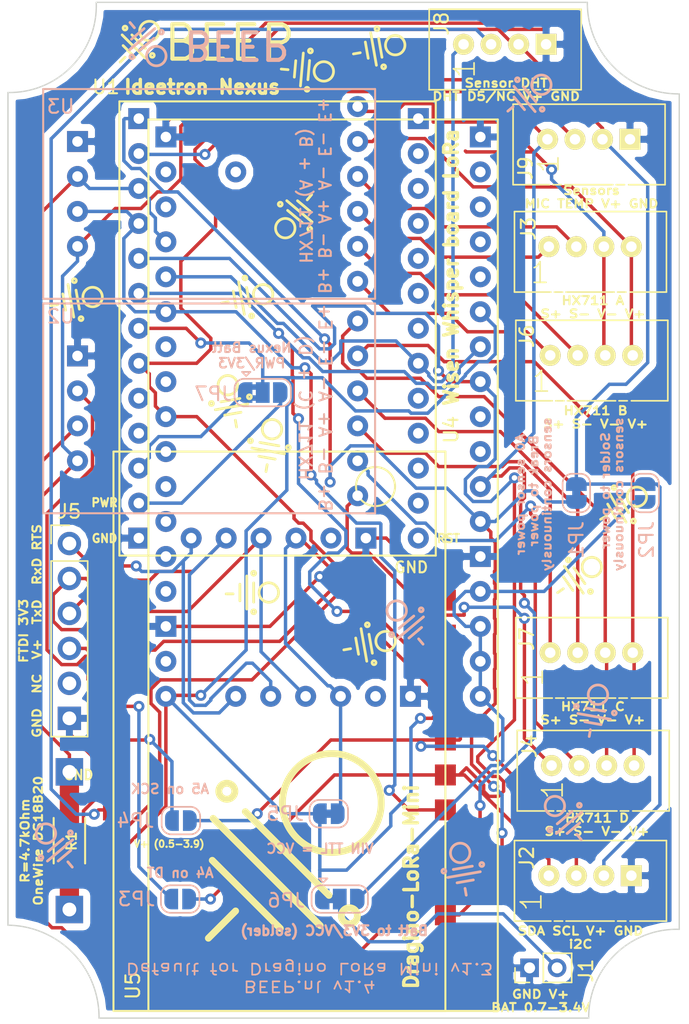
<source format=kicad_pcb>
(kicad_pcb (version 20171130) (host pcbnew "(5.0.0-3-g5ebb6b6)")
  (layers (0 F.Cu signal) (31 B.Cu signal) (34 B.Paste user hide) (35 F.Paste user hide) (36 B.SilkS user hide) (37 F.SilkS user) (38 B.Mask user hide) (39 F.Mask user hide) (44 Edge.Cuts user))
  (net 0 "")
  (net 1 "Net-(J2-Pad1)")
  (net 2 "Net-(J3-Pad4)")
  (net 3 "Net-(J3-Pad3)")
  (net 4 "Net-(J3-Pad2)")
  (net 5 "Net-(J3-Pad1)")
  (net 6 "Net-(J4-Pad4)")
  (net 7 "Net-(J4-Pad3)")
  (net 8 "Net-(J4-Pad2)")
  (net 9 "Net-(J4-Pad1)")
  (net 10 "Net-(J5-Pad1)")
  (net 11 "Net-(J5-Pad2)")
  (net 12 "Net-(J6-Pad1)")
  (net 13 "Net-(J6-Pad2)")
  (net 14 "Net-(J7-Pad1)")
  (net 15 "Net-(J7-Pad2)")
  (net 16 "Net-(J9-Pad2)")
  (net 17 "Net-(U1-Pad4)")
  (net 18 "Net-(U1-Pad5)")
  (net 19 "Net-(U1-Pad10)")
  (net 20 "Net-(U1-Pad11)")
  (net 21 "Net-(U1-Pad14)")
  (net 22 "Net-(U1-Pad16)")
  (net 23 "Net-(U1-Pad26)")
  (net 24 +3V3)
  (net 25 GND)
  (net 26 "Net-(J5-Pad3)")
  (net 27 "Net-(J5-Pad4)")
  (net 28 "Net-(U1-Pad15)")
  (net 29 "Net-(U1-Pad17)")
  (net 30 "Net-(U1-Pad23)")
  (net 31 "Net-(U1-Pad24)")
  (net 32 "Net-(U1-Pad25)")
  (net 33 "Net-(U1-Pad18)")
  (net 34 "Net-(J5-Pad5)")
  (net 35 "Net-(U1-Pad20)")
  (net 36 "Net-(U1-Pad21)")
  (net 37 "Net-(U4-Pad2)")
  (net 38 "Net-(U4-Pad3)")
  (net 39 "Net-(U4-Pad7)")
  (net 40 "Net-(U4-Pad8)")
  (net 41 "Net-(U4-Pad10)")
  (net 42 "Net-(U4-Pad11)")
  (net 43 "Net-(U4-Pad12)")
  (net 44 "Net-(U4-Pad13)")
  (net 45 "Net-(U4-Pad14)")
  (net 46 "Net-(U4-Pad26)")
  (net 47 "Net-(U4-Pad41)")
  (net 48 "Net-(U4-Pad42)")
  (net 49 "Net-(U4-Pad43)")
  (net 50 "Net-(U4-Pad44)")
  (net 51 +BATT)
  (net 52 "Net-(J2-Pad3)")
  (net 53 "Net-(J2-Pad2)")
  (net 54 "Net-(J8-Pad1)")
  (net 55 "Net-(J9-Pad1)")
  (net 56 "Net-(U1-Pad22)")
  (net 57 "Net-(JP1-Pad1)")
  (net 58 "Net-(U4-Pad16)")
  (net 59 "Net-(U4-Pad36)")
  (net 60 "Net-(U4-Pad37)")
  (net 61 "Net-(U4-Pad46)")
  (net 62 "Net-(J8-Pad2)")
  (net 63 "Net-(JP3-Pad1)")
  (net 64 "Net-(JP4-Pad1)")
  (net 65 "Net-(U5-Pad4)")
  (net 66 "Net-(U5-Pad10)")
  (net 67 "Net-(U5-Pad11)")
  (net 68 "Net-(U5-Pad12)")
  (net 69 "Net-(U5-Pad13)")
  (net 70 "Net-(U5-Pad22)")
  (net 71 "Net-(U5-Pad23)")
  (net 72 +VDC)
  (net 73 "Net-(JP7-Pad1)")
  (net 74 "Net-(JP7-Pad3)")
  (net 75 "Net-(U1-Pad28)")
  (module "Nexus:Dragino LoRa Mini" (layer F.Cu) (at 95.28 108.89)
    (fp_text reference U5 (at -11.29 28.66 90) (layer F.SilkS))
    (fp_text value Dragino-LoRa-Mini (at 8.95 21.45 -90) (layer F.SilkS) (effects (font (thickness 0.25))))
    (fp_text user "V+ (0.5-3.9)" (at -8.65 18.35 180) (layer F.SilkS) (effects (font (size 0.5 0.5) (thickness 0.125))))
    (fp_text user GND (at -15.24 13.335) (layer F.SilkS) (effects (font (size 0.7 0.7))))
    (fp_text user GND (at 8.95 -1.75) (layer F.SilkS) (effects (font (size 0.8 0.8))))
    (pad 1 smd rect (at -12.7 -1.905) (size 1.524 1.524) (layers F.Cu F.Paste F.Mask) (net 10 "Net-(J5-Pad1)"))
    (pad 2 smd rect (at -12.7 0.635) (size 1.524 1.524) (layers F.Cu F.Paste F.Mask) (net 26 "Net-(J5-Pad3)"))
    (pad 3 smd rect (at -12.7 3.175) (size 1.524 1.524) (layers F.Cu F.Paste F.Mask) (net 11 "Net-(J5-Pad2)"))
    (pad 4 smd rect (at -12.7 5.715) (size 1.524 1.524) (layers F.Cu F.Paste F.Mask) (net 65 "Net-(U5-Pad4)"))
    (pad 5 smd rect (at -12.7 8.255) (size 1.524 1.524) (layers F.Cu F.Paste F.Mask) (net 63 "Net-(JP3-Pad1)"))
    (pad 6 smd rect (at -12.7 10.795) (size 1.524 1.524) (layers F.Cu F.Paste F.Mask) (net 64 "Net-(JP4-Pad1)"))
    (pad 7 smd rect (at -12.7 13.335) (size 1.524 1.524) (layers F.Cu F.Paste F.Mask) (net 25 GND))
    (pad 8 smd rect (at -12.7 15.875) (size 1.524 1.524) (layers F.Cu F.Paste F.Mask) (net 62 "Net-(J8-Pad2)"))
    (pad 9 smd rect (at -12.7 18.415) (size 1.524 1.524) (layers F.Cu F.Paste F.Mask) (net 72 +VDC))
    (pad 10 smd rect (at -12.7 20.955) (size 1.524 1.524) (layers F.Cu F.Paste F.Mask) (net 66 "Net-(U5-Pad10)"))
    (pad 11 smd rect (at -12.7 23.495) (size 1.524 1.524) (layers F.Cu F.Paste F.Mask) (net 67 "Net-(U5-Pad11)"))
    (pad 12 smd rect (at -12.7 26.035) (size 1.524 1.524) (layers F.Cu F.Paste F.Mask) (net 68 "Net-(U5-Pad12)"))
    (pad 13 smd rect (at 11.43 26.035) (size 1.524 1.524) (layers F.Cu F.Paste F.Mask) (net 69 "Net-(U5-Pad13)"))
    (pad 14 smd rect (at 11.43 23.495) (size 1.524 1.524) (layers F.Cu F.Paste F.Mask) (net 57 "Net-(JP1-Pad1)"))
    (pad 16 smd rect (at 11.43 20.955) (size 1.524 1.524) (layers F.Cu F.Paste F.Mask) (net 20 "Net-(U1-Pad11)"))
    (pad 15 smd rect (at 11.43 18.415) (size 1.524 1.524) (layers F.Cu F.Paste F.Mask) (net 55 "Net-(J9-Pad1)"))
    (pad 17 smd rect (at 11.43 15.875) (size 1.524 1.524) (layers F.Cu F.Paste F.Mask) (net 19 "Net-(U1-Pad10)"))
    (pad 18 smd rect (at 11.43 13.335) (size 1.524 1.524) (layers F.Cu F.Paste F.Mask) (net 1 "Net-(J2-Pad1)"))
    (pad 19 smd rect (at 11.43 10.795) (size 1.524 1.524) (layers F.Cu F.Paste F.Mask) (net 53 "Net-(J2-Pad2)"))
    (pad 20 smd rect (at 11.43 8.255) (size 1.524 1.524) (layers F.Cu F.Paste F.Mask) (net 72 +VDC))
    (pad 21 smd rect (at 11.43 5.715) (size 1.524 1.524) (layers F.Cu F.Paste F.Mask) (net 16 "Net-(J9-Pad2)"))
    (pad 22 smd rect (at 11.43 3.175) (size 1.524 1.524) (layers F.Cu F.Paste F.Mask) (net 70 "Net-(U5-Pad22)"))
    (pad 23 smd rect (at 11.43 0.635) (size 1.524 1.524) (layers F.Cu F.Paste F.Mask) (net 71 "Net-(U5-Pad23)"))
    (pad 24 smd rect (at 11.43 -1.905) (size 1.524 1.524) (layers F.Cu F.Paste F.Mask) (net 25 GND))
  )
  (module HX711:HX711 (layer B.Cu) (at 100.33 89.24 180)
    (fp_text reference U2 (at 21.59 0.34 180) (layer B.SilkS) (effects (justify mirror)))
    (fp_text value HX711)
    (pad 10 thru_hole rect (at 20.365 -2.54 180) (size 1.524 1.524) (drill 0.762) (layers *.Cu *.Mask) (net 25 GND))
    (pad 9 thru_hole circle (at 20.365 -5.08 180) (size 1.524 1.524) (drill 0.762) (layers *.Cu *.Mask) (net 63 "Net-(JP3-Pad1)"))
    (pad 8 thru_hole circle (at 20.365 -7.62 180) (size 1.524 1.524) (drill 0.762) (layers *.Cu *.Mask) (net 64 "Net-(JP4-Pad1)"))
    (pad 7 thru_hole circle (at 20.365 -10.16 180) (size 1.524 1.524) (drill 0.762) (layers *.Cu *.Mask) (net 52 "Net-(J2-Pad3)"))
    (pad 6 thru_hole circle (at 0 -12.7 180) (size 1.524 1.524) (drill 0.762) (layers *.Cu *.Mask) (net 9 "Net-(J4-Pad1)"))
    (pad 5 thru_hole circle (at 0 -10.16 180) (size 1.524 1.524) (drill 0.762) (layers *.Cu *.Mask) (net 8 "Net-(J4-Pad2)"))
    (pad 4 thru_hole circle (at 0 -7.62 180) (size 1.524 1.524) (drill 0.762) (layers *.Cu *.Mask) (net 14 "Net-(J7-Pad1)"))
    (pad 3 thru_hole circle (at 0 -5.08 180) (size 1.524 1.524) (drill 0.762) (layers *.Cu *.Mask) (net 15 "Net-(J7-Pad2)"))
    (pad 2 thru_hole circle (at 0 -2.54 180) (size 1.524 1.524) (drill 0.762) (layers *.Cu *.Mask) (net 6 "Net-(J4-Pad4)"))
    (pad 1 thru_hole circle (at 0 0 180) (size 1.524 1.524) (drill 0.762) (layers *.Cu *.Mask) (net 7 "Net-(J4-Pad3)"))
  )
  (module HX711:HX711 (layer B.Cu) (at 100.33 73.66 180)
    (fp_text reference U3 (at 21.59 0 180) (layer B.SilkS) (effects (justify mirror)))
    (fp_text value HX711)
    (pad 10 thru_hole rect (at 20.365 -2.54 180) (size 1.524 1.524) (drill 0.762) (layers *.Cu *.Mask) (net 25 GND))
    (pad 9 thru_hole circle (at 20.365 -5.08 180) (size 1.524 1.524) (drill 0.762) (layers *.Cu *.Mask) (net 20 "Net-(U1-Pad11)"))
    (pad 8 thru_hole circle (at 20.365 -7.62 180) (size 1.524 1.524) (drill 0.762) (layers *.Cu *.Mask) (net 19 "Net-(U1-Pad10)"))
    (pad 7 thru_hole circle (at 20.365 -10.16 180) (size 1.524 1.524) (drill 0.762) (layers *.Cu *.Mask) (net 52 "Net-(J2-Pad3)"))
    (pad 6 thru_hole circle (at 0 -12.7 180) (size 1.524 1.524) (drill 0.762) (layers *.Cu *.Mask) (net 12 "Net-(J6-Pad1)"))
    (pad 5 thru_hole circle (at 0 -10.16 180) (size 1.524 1.524) (drill 0.762) (layers *.Cu *.Mask) (net 13 "Net-(J6-Pad2)"))
    (pad 4 thru_hole circle (at 0 -7.62 180) (size 1.524 1.524) (drill 0.762) (layers *.Cu *.Mask) (net 5 "Net-(J3-Pad1)"))
    (pad 3 thru_hole circle (at 0 -5.08 180) (size 1.524 1.524) (drill 0.762) (layers *.Cu *.Mask) (net 4 "Net-(J3-Pad2)"))
    (pad 2 thru_hole circle (at 0 -2.54 180) (size 1.524 1.524) (drill 0.762) (layers *.Cu *.Mask) (net 2 "Net-(J3-Pad4)"))
    (pad 1 thru_hole circle (at 0 0 180) (size 1.524 1.524) (drill 0.762) (layers *.Cu *.Mask) (net 3 "Net-(J3-Pad3)"))
  )
  (module Jumper:SolderJumper-2_P1.3mm_Open_RoundedPad1.0x1.5mm (layer B.Cu) (at 121.23 101.74 90)
    (fp_text reference JP2 (at -3.4 0.1 90) (layer B.SilkS) (effects (justify mirror)))
    (fp_text value "Sensor continuous power" hide)
    (pad 1 smd custom (at -0.65 0 90) (size 1 0.5) (layers B.Cu B.Mask) (net 24 +3V3) (options (clearance outline) (anchor rect)) (primitives (gr_circle (center 0 -0.25) (end 0.5 -0.25) (width 0)) (gr_circle (center 0 0.25) (end 0.5 0.25) (width 0)) (gr_poly (pts (xy 0 0.75) (xy 0.5 0.75) (xy 0.5 -0.75) (xy 0 -0.75)) (width 0))))
    (pad 2 smd custom (at 0.65 0 90) (size 1 0.5) (layers B.Cu B.Mask) (net 52 "Net-(J2-Pad3)") (options (clearance outline) (anchor rect)) (primitives (gr_circle (center 0 -0.25) (end 0.5 -0.25) (width 0)) (gr_circle (center 0 0.25) (end 0.5 0.25) (width 0)) (gr_poly (pts (xy 0 0.75) (xy -0.5 0.75) (xy -0.5 -0.75) (xy 0 -0.75)) (width 0))))
  )
  (module Connectors:Grove_1x04 (layer F.Cu) (at 114.23 129.54 90)
    (fp_text reference J2 (at 1.3 -1.6 90) (layer F.SilkS))
    (fp_text value "Grove I2C, 1=SDA, 2=SCL" hide)
    (fp_text user 1 (at -1.905 -1.27 90) (layer F.SilkS) (effects (font (size 1.5 1.5) (thickness 0.12))))
    (pad 4 thru_hole rect (at 0 6 90) (size 1.524 1.524) (drill 0.762) (layers *.Cu *.Mask F.SilkS) (net 25 GND))
    (pad 3 thru_hole circle (at 0 4 90) (size 1.524 1.524) (drill 0.762) (layers *.Cu *.Mask F.SilkS) (net 52 "Net-(J2-Pad3)"))
    (pad 2 thru_hole circle (at 0 2 90) (size 1.524 1.524) (drill 0.762) (layers *.Cu *.Mask F.SilkS) (net 53 "Net-(J2-Pad2)"))
    (pad 1 thru_hole circle (at 0 0 90) (size 1.524 1.524) (drill 0.762) (layers *.Cu *.Mask F.SilkS) (net 1 "Net-(J2-Pad1)"))
  )
  (module Connectors:Grove_1x04 (layer F.Cu) (at 114.23 83.84 90)
    (fp_text reference J3 (at 1.305 -1.49 90) (layer F.SilkS))
    (fp_text value "Weight A/ALL" hide)
    (fp_text user 1 (at -1.905 -0.635 180) (layer F.SilkS) (effects (font (size 1.5 1.5) (thickness 0.12))))
    (pad 4 thru_hole circle (at 0 6 90) (size 1.524 1.524) (drill 0.762) (layers *.Cu *.Mask F.SilkS) (net 2 "Net-(J3-Pad4)"))
    (pad 3 thru_hole circle (at 0 4 90) (size 1.524 1.524) (drill 0.762) (layers *.Cu *.Mask F.SilkS) (net 3 "Net-(J3-Pad3)"))
    (pad 2 thru_hole circle (at 0 2 90) (size 1.524 1.524) (drill 0.762) (layers *.Cu *.Mask F.SilkS) (net 4 "Net-(J3-Pad2)"))
    (pad 1 thru_hole circle (at 0 0 90) (size 1.524 1.524) (drill 0.762) (layers *.Cu *.Mask F.SilkS) (net 5 "Net-(J3-Pad1)"))
  )
  (module Connectors:Grove_1x04 (layer F.Cu) (at 114.43 121.54 90)
    (fp_text reference J4 (at 1.4 -1.6 90) (layer F.SilkS))
    (fp_text value "Weight D")
    (fp_text user 1 (at -1.775 0.075 90) (layer F.SilkS) (effects (font (size 1.5 1.5) (thickness 0.12))))
    (pad 1 thru_hole circle (at 0 0 90) (size 1.524 1.524) (drill 0.762) (layers *.Cu *.Mask F.SilkS) (net 9 "Net-(J4-Pad1)"))
    (pad 2 thru_hole circle (at 0 2 90) (size 1.524 1.524) (drill 0.762) (layers *.Cu *.Mask F.SilkS) (net 8 "Net-(J4-Pad2)"))
    (pad 3 thru_hole circle (at 0 4 90) (size 1.524 1.524) (drill 0.762) (layers *.Cu *.Mask F.SilkS) (net 7 "Net-(J4-Pad3)"))
    (pad 4 thru_hole circle (at 0 6 90) (size 1.524 1.524) (drill 0.762) (layers *.Cu *.Mask F.SilkS) (net 6 "Net-(J4-Pad4)"))
  )
  (module Pin_Headers:Pin_Header_Straight_1x06_Pitch2.54mm (layer F.Cu) (at 79.375 105.41)
    (fp_text reference J5 (at 0 -2.33) (layer F.SilkS))
    (fp_text value "3V3 TTL FTDI" hide)
    (pad 6 thru_hole rect (at 0 12.7) (size 1.7 1.7) (drill 1) (layers *.Cu *.Mask) (net 25 GND))
    (pad 5 thru_hole oval (at 0 10.16) (size 1.7 1.7) (drill 1) (layers *.Cu *.Mask) (net 34 "Net-(J5-Pad5)"))
    (pad 4 thru_hole oval (at 0 7.62) (size 1.7 1.7) (drill 1) (layers *.Cu *.Mask) (net 27 "Net-(J5-Pad4)"))
    (pad 3 thru_hole oval (at 0 5.08) (size 1.7 1.7) (drill 1) (layers *.Cu *.Mask) (net 26 "Net-(J5-Pad3)"))
    (pad 2 thru_hole oval (at 0 2.54) (size 1.7 1.7) (drill 1) (layers *.Cu *.Mask) (net 11 "Net-(J5-Pad2)"))
    (pad 1 thru_hole circle (at 0 0) (size 1.7 1.7) (drill 1) (layers *.Cu *.Mask) (net 10 "Net-(J5-Pad1)"))
  )
  (module Connectors:Grove_1x04 (layer F.Cu) (at 114.33 91.74 90)
    (fp_text reference J6 (at 1.4 -1.7 90) (layer F.SilkS))
    (fp_text value "Weight B" hide)
    (fp_text user 1 (at -1.905 -0.635) (layer F.SilkS) (effects (font (size 1.5 1.5) (thickness 0.12))))
    (pad 4 thru_hole circle (at 0 6 90) (size 1.524 1.524) (drill 0.762) (layers *.Cu *.Mask F.SilkS) (net 2 "Net-(J3-Pad4)"))
    (pad 3 thru_hole circle (at 0 4 90) (size 1.524 1.524) (drill 0.762) (layers *.Cu *.Mask F.SilkS) (net 3 "Net-(J3-Pad3)"))
    (pad 2 thru_hole circle (at 0 2 90) (size 1.524 1.524) (drill 0.762) (layers *.Cu *.Mask F.SilkS) (net 13 "Net-(J6-Pad2)"))
    (pad 1 thru_hole circle (at 0 0 90) (size 1.524 1.524) (drill 0.762) (layers *.Cu *.Mask F.SilkS) (net 12 "Net-(J6-Pad1)"))
  )
  (module Connectors:Grove_1x04 (layer F.Cu) (at 114.33 113.34 90)
    (fp_text reference J7 (at 1 -1.7 90) (layer F.SilkS))
    (fp_text value "Weight C" hide)
    (fp_text user 1 (at -1.775 -1.27 90) (layer F.SilkS) (effects (font (size 1.5 1.5) (thickness 0.12))))
    (pad 4 thru_hole circle (at 0 6 90) (size 1.524 1.524) (drill 0.762) (layers *.Cu *.Mask F.SilkS) (net 6 "Net-(J4-Pad4)"))
    (pad 3 thru_hole circle (at 0 4 90) (size 1.524 1.524) (drill 0.762) (layers *.Cu *.Mask F.SilkS) (net 7 "Net-(J4-Pad3)"))
    (pad 2 thru_hole circle (at 0 2 90) (size 1.524 1.524) (drill 0.762) (layers *.Cu *.Mask F.SilkS) (net 15 "Net-(J7-Pad2)"))
    (pad 1 thru_hole circle (at 0 0 90) (size 1.524 1.524) (drill 0.762) (layers *.Cu *.Mask F.SilkS) (net 14 "Net-(J7-Pad1)"))
  )
  (module Connectors:Grove_1x04 (layer F.Cu) (at 108.03 69.14 90)
    (fp_text reference J8 (at 1.5 -1.6 90) (layer F.SilkS))
    (fp_text value "Grove 1=DHT22, 2=NC/D5 Dragino" hide)
    (fp_text user 1 (at -1.775 0.075 90) (layer F.SilkS) (effects (font (size 1.5 1.5) (thickness 0.12))))
    (pad 1 thru_hole circle (at 0 0 90) (size 1.524 1.524) (drill 0.762) (layers *.Cu *.Mask F.SilkS) (net 54 "Net-(J8-Pad1)"))
    (pad 2 thru_hole circle (at 0 2 90) (size 1.524 1.524) (drill 0.762) (layers *.Cu *.Mask F.SilkS) (net 62 "Net-(J8-Pad2)"))
    (pad 3 thru_hole circle (at 0 4 90) (size 1.524 1.524) (drill 0.762) (layers *.Cu *.Mask F.SilkS) (net 52 "Net-(J2-Pad3)"))
    (pad 4 thru_hole rect (at 0 6 90) (size 1.524 1.524) (drill 0.762) (layers *.Cu *.Mask F.SilkS) (net 25 GND))
  )
  (module Connectors:Grove_1x04 (layer F.Cu) (at 114.13 76.04 90)
    (fp_text reference J9 (at -2.1 -1.6 90) (layer F.SilkS))
    (fp_text value "Grove 1=Mic, 2=DS18B20" hide)
    (fp_text user 1 (at -1.775 0.075 90) (layer F.SilkS) (effects (font (size 1.5 1.5) (thickness 0.12))))
    (pad 4 thru_hole rect (at 0 6 90) (size 1.524 1.524) (drill 0.762) (layers *.Cu *.Mask F.SilkS) (net 25 GND))
    (pad 3 thru_hole circle (at 0 4 90) (size 1.524 1.524) (drill 0.762) (layers *.Cu *.Mask F.SilkS) (net 52 "Net-(J2-Pad3)"))
    (pad 2 thru_hole circle (at 0 2 90) (size 1.524 1.524) (drill 0.762) (layers *.Cu *.Mask F.SilkS) (net 16 "Net-(J9-Pad2)"))
    (pad 1 thru_hole circle (at 0 0 90) (size 1.524 1.524) (drill 0.762) (layers *.Cu *.Mask F.SilkS) (net 55 "Net-(J9-Pad1)"))
  )
  (module Nexus:Nexus (layer F.Cu) (at 94.01 94.285 180)
    (fp_text reference U1 (at 11.98 22.045) (layer F.SilkS))
    (fp_text value Nexus)
    (fp_text user GND (at 12.08 -10.755 180) (layer F.SilkS) (effects (font (size 0.6 0.6))))
    (fp_text user RST (at -12.92 -10.755 180) (layer F.SilkS) (effects (font (size 0.6 0.6))))
    (fp_text user PWR (at 12.08 -8.155 180) (layer F.SilkS) (effects (font (size 0.6 0.6))))
    (pad 1 thru_hole rect (at 9.59 -10.73 180) (size 1.524 1.524) (drill 0.762) (layers *.Cu *.Mask) (net 25 GND))
    (pad 2 thru_hole circle (at 9.59 -8.19 180) (size 1.524 1.524) (drill 0.762) (layers *.Cu *.Mask) (net 74 "Net-(JP7-Pad3)"))
    (pad 3 thru_hole circle (at 9.59 -5.65 180) (size 1.524 1.524) (drill 0.762) (layers *.Cu *.Mask) (net 73 "Net-(JP7-Pad1)"))
    (pad 4 thru_hole circle (at 9.59 -3.11 180) (size 1.524 1.524) (drill 0.762) (layers *.Cu *.Mask) (net 17 "Net-(U1-Pad4)"))
    (pad 5 thru_hole circle (at 9.59 -0.57 180) (size 1.524 1.524) (drill 0.762) (layers *.Cu *.Mask) (net 18 "Net-(U1-Pad5)"))
    (pad 6 thru_hole circle (at 9.59 1.97 180) (size 1.524 1.524) (drill 0.762) (layers *.Cu *.Mask) (net 16 "Net-(J9-Pad2)"))
    (pad 7 thru_hole circle (at 9.59 4.51 180) (size 1.524 1.524) (drill 0.762) (layers *.Cu *.Mask) (net 72 +VDC))
    (pad 8 thru_hole circle (at 9.59 7.05 180) (size 1.524 1.524) (drill 0.762) (layers *.Cu *.Mask) (net 53 "Net-(J2-Pad2)"))
    (pad 9 thru_hole circle (at 9.59 9.59 180) (size 1.524 1.524) (drill 0.762) (layers *.Cu *.Mask) (net 1 "Net-(J2-Pad1)"))
    (pad 10 thru_hole circle (at 9.59 12.13 180) (size 1.524 1.524) (drill 0.762) (layers *.Cu *.Mask) (net 19 "Net-(U1-Pad10)"))
    (pad 11 thru_hole circle (at 9.59 14.67 180) (size 1.524 1.524) (drill 0.762) (layers *.Cu *.Mask) (net 20 "Net-(U1-Pad11)"))
    (pad 12 thru_hole circle (at 9.59 17.21 180) (size 1.524 1.524) (drill 0.762) (layers *.Cu *.Mask) (net 55 "Net-(J9-Pad1)"))
    (pad 13 thru_hole rect (at 9.59 19.75 180) (size 1.524 1.524) (drill 0.762) (layers *.Cu *.Mask) (net 57 "Net-(JP1-Pad1)"))
    (pad 14 thru_hole circle (at -10.73 -10.73 180) (size 1.524 1.524) (drill 0.762) (layers *.Cu *.Mask) (net 21 "Net-(U1-Pad14)"))
    (pad 15 thru_hole circle (at -10.73 -8.19 180) (size 1.524 1.524) (drill 0.762) (layers *.Cu *.Mask) (net 28 "Net-(U1-Pad15)"))
    (pad 16 thru_hole circle (at -10.73 -5.65 180) (size 1.524 1.524) (drill 0.762) (layers *.Cu *.Mask) (net 22 "Net-(U1-Pad16)"))
    (pad 17 thru_hole circle (at -10.73 -3.11 180) (size 1.524 1.524) (drill 0.762) (layers *.Cu *.Mask) (net 29 "Net-(U1-Pad17)"))
    (pad 18 thru_hole circle (at -10.73 -0.57 180) (size 1.524 1.524) (drill 0.762) (layers *.Cu *.Mask) (net 33 "Net-(U1-Pad18)"))
    (pad 19 thru_hole circle (at -10.73 1.97 180) (size 1.524 1.524) (drill 0.762) (layers *.Cu *.Mask) (net 54 "Net-(J8-Pad1)"))
    (pad 20 thru_hole circle (at -10.73 4.51 180) (size 1.524 1.524) (drill 0.762) (layers *.Cu *.Mask) (net 35 "Net-(U1-Pad20)"))
    (pad 21 thru_hole circle (at -10.73 7.05 180) (size 1.524 1.524) (drill 0.762) (layers *.Cu *.Mask) (net 36 "Net-(U1-Pad21)"))
    (pad 22 thru_hole circle (at -10.73 9.59 180) (size 1.524 1.524) (drill 0.762) (layers *.Cu *.Mask) (net 56 "Net-(U1-Pad22)"))
    (pad 23 thru_hole circle (at -10.73 12.13 180) (size 1.524 1.524) (drill 0.762) (layers *.Cu *.Mask) (net 30 "Net-(U1-Pad23)"))
    (pad 24 thru_hole circle (at -10.73 14.67 180) (size 1.524 1.524) (drill 0.762) (layers *.Cu *.Mask) (net 31 "Net-(U1-Pad24)"))
    (pad 25 thru_hole circle (at -10.73 17.21 180) (size 1.524 1.524) (drill 0.762) (layers *.Cu *.Mask) (net 32 "Net-(U1-Pad25)"))
    (pad 26 thru_hole rect (at -10.73 19.75 180) (size 1.524 1.524) (drill 0.762) (layers *.Cu *.Mask) (net 23 "Net-(U1-Pad26)"))
    (pad 27 thru_hole rect (at -6.92 -10.73 180) (size 1.524 1.524) (drill 0.762) (layers *.Cu *.Mask) (net 25 GND))
    (pad 28 thru_hole circle (at -4.38 -10.73 180) (size 1.524 1.524) (drill 0.762) (layers *.Cu *.Mask) (net 75 "Net-(U1-Pad28)"))
    (pad 29 thru_hole circle (at -1.84 -10.73 180) (size 1.524 1.524) (drill 0.762) (layers *.Cu *.Mask) (net 27 "Net-(J5-Pad4)"))
    (pad 30 thru_hole circle (at 0.7 -10.73 180) (size 1.524 1.524) (drill 0.762) (layers *.Cu *.Mask) (net 26 "Net-(J5-Pad3)"))
    (pad 31 thru_hole circle (at 3.24 -10.73 180) (size 1.524 1.524) (drill 0.762) (layers *.Cu *.Mask) (net 11 "Net-(J5-Pad2)"))
    (pad 32 thru_hole circle (at 5.78 -10.73 180) (size 1.524 1.524) (drill 0.762) (layers *.Cu *.Mask) (net 10 "Net-(J5-Pad1)"))
  )
  (module "Whisper Lora:Whisper_Lora" (layer F.Cu) (at 86.39 75.87)
    (fp_text reference U4 (at 20.74 21.27 270) (layer F.SilkS))
    (fp_text value "Whisper LoRa")
    (pad 1 thru_hole rect (at 0 0) (size 1.524 1.524) (drill 0.762) (layers *.Cu *.Mask) (net 25 GND))
    (pad 2 thru_hole circle (at 0 2.54) (size 1.524 1.524) (drill 0.762) (layers *.Cu *.Mask) (net 37 "Net-(U4-Pad2)"))
    (pad 3 thru_hole circle (at 0 5.08) (size 1.524 1.524) (drill 0.762) (layers *.Cu *.Mask) (net 38 "Net-(U4-Pad3)"))
    (pad 4 thru_hole circle (at 0 7.62) (size 1.524 1.524) (drill 0.762) (layers *.Cu *.Mask) (net 20 "Net-(U1-Pad11)"))
    (pad 5 thru_hole circle (at 0 10.16) (size 1.524 1.524) (drill 0.762) (layers *.Cu *.Mask) (net 54 "Net-(J8-Pad1)"))
    (pad 6 thru_hole circle (at 0 12.7) (size 1.524 1.524) (drill 0.762) (layers *.Cu *.Mask) (net 19 "Net-(U1-Pad10)"))
    (pad 7 thru_hole circle (at 0 15.24) (size 1.524 1.524) (drill 0.762) (layers *.Cu *.Mask) (net 39 "Net-(U4-Pad7)"))
    (pad 8 thru_hole circle (at 0 17.78) (size 1.524 1.524) (drill 0.762) (layers *.Cu *.Mask) (net 40 "Net-(U4-Pad8)"))
    (pad 9 thru_hole circle (at 0 20.32) (size 1.524 1.524) (drill 0.762) (layers *.Cu *.Mask) (net 16 "Net-(J9-Pad2)"))
    (pad 10 thru_hole circle (at 0 22.86) (size 1.524 1.524) (drill 0.762) (layers *.Cu *.Mask) (net 41 "Net-(U4-Pad10)"))
    (pad 11 thru_hole circle (at 0 25.4) (size 1.524 1.524) (drill 0.762) (layers *.Cu *.Mask) (net 42 "Net-(U4-Pad11)"))
    (pad 12 thru_hole circle (at 0 27.94) (size 1.524 1.524) (drill 0.762) (layers *.Cu *.Mask) (net 43 "Net-(U4-Pad12)"))
    (pad 13 thru_hole circle (at 0 30.48) (size 1.524 1.524) (drill 0.762) (layers *.Cu *.Mask) (net 44 "Net-(U4-Pad13)"))
    (pad 14 thru_hole circle (at 0 33.02) (size 1.524 1.524) (drill 0.762) (layers *.Cu *.Mask) (net 45 "Net-(U4-Pad14)"))
    (pad 15 thru_hole rect (at 0 35.56) (size 1.524 1.524) (drill 0.762) (layers *.Cu *.Mask) (net 25 GND))
    (pad 16 thru_hole circle (at 0 38.1) (size 1.524 1.524) (drill 0.762) (layers *.Cu *.Mask) (net 58 "Net-(U4-Pad16)"))
    (pad 17 thru_hole circle (at 0 40.64) (size 1.524 1.524) (drill 0.762) (layers *.Cu *.Mask) (net 72 +VDC))
    (pad 22 thru_hole circle (at 5.08 40.64) (size 1.524 1.524) (drill 0.762) (layers *.Cu *.Mask) (net 10 "Net-(J5-Pad1)"))
    (pad 23 thru_hole circle (at 7.62 40.64) (size 1.524 1.524) (drill 0.762) (layers *.Cu *.Mask) (net 11 "Net-(J5-Pad2)"))
    (pad 24 thru_hole circle (at 10.16 40.64) (size 1.524 1.524) (drill 0.762) (layers *.Cu *.Mask) (net 26 "Net-(J5-Pad3)"))
    (pad 25 thru_hole circle (at 12.7 40.64) (size 1.524 1.524) (drill 0.762) (layers *.Cu *.Mask) (net 27 "Net-(J5-Pad4)"))
    (pad 26 thru_hole circle (at 15.24 40.64) (size 1.524 1.524) (drill 0.762) (layers *.Cu *.Mask) (net 46 "Net-(U4-Pad26)"))
    (pad 27 thru_hole rect (at 17.78 40.64) (size 1.524 1.524) (drill 0.762) (layers *.Cu *.Mask) (net 25 GND))
    (pad 29 thru_hole circle (at 22.86 40.64) (size 1.524 1.524) (drill 0.762) (layers *.Cu *.Mask) (net 24 +3V3))
    (pad 30 thru_hole circle (at 22.86 38.1) (size 1.524 1.524) (drill 0.762) (layers *.Cu *.Mask) (net 24 +3V3))
    (pad 31 thru_hole circle (at 22.86 35.56) (size 1.524 1.524) (drill 0.762) (layers *.Cu *.Mask) (net 24 +3V3))
    (pad 32 thru_hole circle (at 22.86 33.02) (size 1.524 1.524) (drill 0.762) (layers *.Cu *.Mask) (net 24 +3V3))
    (pad 33 thru_hole rect (at 22.86 30.48) (size 1.524 1.524) (drill 0.762) (layers *.Cu *.Mask) (net 25 GND))
    (pad 34 thru_hole circle (at 22.86 27.94) (size 1.524 1.524) (drill 0.762) (layers *.Cu *.Mask) (net 57 "Net-(JP1-Pad1)"))
    (pad 35 thru_hole circle (at 22.86 25.4) (size 1.524 1.524) (drill 0.762) (layers *.Cu *.Mask) (net 55 "Net-(J9-Pad1)"))
    (pad 36 thru_hole circle (at 22.86 22.86) (size 1.524 1.524) (drill 0.762) (layers *.Cu *.Mask) (net 59 "Net-(U4-Pad36)"))
    (pad 37 thru_hole circle (at 22.86 20.32) (size 1.524 1.524) (drill 0.762) (layers *.Cu *.Mask) (net 60 "Net-(U4-Pad37)"))
    (pad 38 thru_hole circle (at 22.86 17.78) (size 1.524 1.524) (drill 0.762) (layers *.Cu *.Mask) (net 1 "Net-(J2-Pad1)"))
    (pad 39 thru_hole circle (at 22.86 15.24) (size 1.524 1.524) (drill 0.762) (layers *.Cu *.Mask) (net 53 "Net-(J2-Pad2)"))
    (pad 40 thru_hole circle (at 22.86 12.7) (size 1.524 1.524) (drill 0.762) (layers *.Cu *.Mask) (net 72 +VDC))
    (pad 41 thru_hole circle (at 22.86 10.16) (size 1.524 1.524) (drill 0.762) (layers *.Cu *.Mask) (net 47 "Net-(U4-Pad41)"))
    (pad 42 thru_hole circle (at 22.86 7.62) (size 1.524 1.524) (drill 0.762) (layers *.Cu *.Mask) (net 48 "Net-(U4-Pad42)"))
    (pad 43 thru_hole circle (at 22.86 5.08) (size 1.524 1.524) (drill 0.762) (layers *.Cu *.Mask) (net 49 "Net-(U4-Pad43)"))
    (pad 44 thru_hole circle (at 22.86 2.54) (size 1.524 1.524) (drill 0.762) (layers *.Cu *.Mask) (net 50 "Net-(U4-Pad44)"))
    (pad 45 thru_hole rect (at 22.86 0) (size 1.524 1.524) (drill 0.762) (layers *.Cu *.Mask) (net 25 GND))
    (pad 46 thru_hole circle (at 5.08 2.54) (size 1.524 1.524) (drill 0.762) (layers *.Cu *.Mask) (net 61 "Net-(U4-Pad46)"))
  )
  (module Jumper:SolderJumper-2_P1.3mm_Bridged_RoundedPad1.0x1.5mm (layer B.Cu) (at 116.23 101.74 90)
    (fp_text reference JP1 (at -3.4 0 90) (layer B.SilkS) (effects (justify mirror)))
    (fp_text value "Sensor switchable power" hide)
    (pad 1 smd custom (at -0.65 0 90) (size 1 0.5) (layers B.Cu B.Mask) (net 57 "Net-(JP1-Pad1)") (options (clearance outline) (anchor rect)) (primitives (gr_circle (center 0 -0.25) (end 0.5 -0.25) (width 0)) (gr_circle (center 0 0.25) (end 0.5 0.25) (width 0)) (gr_poly (pts (xy 0 0.75) (xy 0.5 0.75) (xy 0.5 -0.75) (xy 0 -0.75)) (width 0)) (gr_poly (pts (xy 0.9 0.3) (xy 0.4 0.3) (xy 0.4 -0.3) (xy 0.9 -0.3)) (width 0))))
    (pad 2 smd custom (at 0.65 0 90) (size 1 0.5) (layers B.Cu B.Mask) (net 52 "Net-(J2-Pad3)") (options (clearance outline) (anchor rect)) (primitives (gr_circle (center 0 -0.25) (end 0.5 -0.25) (width 0)) (gr_circle (center 0 0.25) (end 0.5 0.25) (width 0)) (gr_poly (pts (xy 0 0.75) (xy -0.5 0.75) (xy -0.5 -0.75) (xy 0 -0.75)) (width 0))))
  )
  (module Jumper:SolderJumper-2_P1.3mm_Open_RoundedPad1.0x1.5mm (layer B.Cu) (at 87.43 131.24)
    (fp_text reference JP3 (at -3.175 0) (layer B.SilkS) (effects (justify mirror)))
    (fp_text value "A4 on DT" (at 0 -1.9) (layer B.SilkS) (effects (font (size 0.7 0.7)) (justify mirror)))
    (pad 1 smd custom (at -0.65 0) (size 1 0.5) (layers B.Cu B.Mask) (net 63 "Net-(JP3-Pad1)") (options (clearance outline) (anchor rect)) (primitives (gr_circle (center 0 -0.25) (end 0.5 -0.25) (width 0)) (gr_circle (center 0 0.25) (end 0.5 0.25) (width 0)) (gr_poly (pts (xy 0 0.75) (xy 0.5 0.75) (xy 0.5 -0.75) (xy 0 -0.75)) (width 0))))
    (pad 2 smd custom (at 0.65 0) (size 1 0.5) (layers B.Cu B.Mask) (net 1 "Net-(J2-Pad1)") (options (clearance outline) (anchor rect)) (primitives (gr_circle (center 0 -0.25) (end 0.5 -0.25) (width 0)) (gr_circle (center 0 0.25) (end 0.5 0.25) (width 0)) (gr_poly (pts (xy 0 0.75) (xy -0.5 0.75) (xy -0.5 -0.75) (xy 0 -0.75)) (width 0))))
  )
  (module Jumper:SolderJumper-2_P1.3mm_Open_RoundedPad1.0x1.5mm (layer B.Cu) (at 87.48 125.54)
    (fp_text reference JP4 (at -3.3 0) (layer B.SilkS) (effects (justify mirror)))
    (fp_text value "A5 on SCK" (at -0.8 -2.3 180) (layer B.SilkS) (effects (font (size 0.7 0.7)) (justify mirror)))
    (pad 2 smd custom (at 0.65 0) (size 1 0.5) (layers B.Cu B.Mask) (net 53 "Net-(J2-Pad2)") (options (clearance outline) (anchor rect)) (primitives (gr_circle (center 0 -0.25) (end 0.5 -0.25) (width 0)) (gr_circle (center 0 0.25) (end 0.5 0.25) (width 0)) (gr_poly (pts (xy 0 0.75) (xy -0.5 0.75) (xy -0.5 -0.75) (xy 0 -0.75)) (width 0))))
    (pad 1 smd custom (at -0.65 0) (size 1 0.5) (layers B.Cu B.Mask) (net 64 "Net-(JP4-Pad1)") (options (clearance outline) (anchor rect)) (primitives (gr_circle (center 0 -0.25) (end 0.5 -0.25) (width 0)) (gr_circle (center 0 0.25) (end 0.5 0.25) (width 0)) (gr_poly (pts (xy 0 0.75) (xy 0.5 0.75) (xy 0.5 -0.75) (xy 0 -0.75)) (width 0))))
  )
  (module Jumper:SolderJumper-2_P1.3mm_Bridged_RoundedPad1.0x1.5mm (layer B.Cu) (at 98.23 125.04 180)
    (fp_text reference JP5 (at 3.175 0 180) (layer B.SilkS) (effects (justify mirror)))
    (fp_text value "VIN TTL = VCC" (at 0.635 -2.54 180) (layer B.SilkS) (effects (font (size 0.7 0.7)) (justify mirror)))
    (pad 2 smd custom (at 0.65 0 180) (size 1 0.5) (layers B.Cu B.Mask) (net 72 +VDC) (options (clearance outline) (anchor rect)) (primitives (gr_circle (center 0 -0.25) (end 0.5 -0.25) (width 0)) (gr_circle (center 0 0.25) (end 0.5 0.25) (width 0)) (gr_poly (pts (xy 0 0.75) (xy -0.5 0.75) (xy -0.5 -0.75) (xy 0 -0.75)) (width 0))))
    (pad 1 smd custom (at -0.65 0 180) (size 1 0.5) (layers B.Cu B.Mask) (net 27 "Net-(J5-Pad4)") (options (clearance outline) (anchor rect)) (primitives (gr_circle (center 0 -0.25) (end 0.5 -0.25) (width 0)) (gr_circle (center 0 0.25) (end 0.5 0.25) (width 0)) (gr_poly (pts (xy 0 0.75) (xy 0.5 0.75) (xy 0.5 -0.75) (xy 0 -0.75)) (width 0)) (gr_poly (pts (xy 0.9 0.3) (xy 0.4 0.3) (xy 0.4 -0.3) (xy 0.9 -0.3)) (width 0))))
  )
  (module Jumper:SolderJumper-3_P1.3mm_Bridged12_RoundedPad1.0x1.5mm (layer B.Cu) (at 99.03 131.24)
    (fp_text reference JP6 (at -3.9 0.1) (layer B.SilkS) (effects (justify mirror)))
    (fp_text value "Batt to VCC/3V3 (solder)")
    (pad 1 smd custom (at -1.3 0) (size 1 0.5) (layers B.Cu B.Mask) (net 72 +VDC) (options (clearance outline) (anchor rect)) (primitives (gr_circle (center 0 -0.25) (end 0.5 -0.25) (width 0)) (gr_circle (center 0 0.25) (end 0.5 0.25) (width 0)) (gr_poly (pts (xy 0.55 0.75) (xy 0 0.75) (xy 0 -0.75) (xy 0.55 -0.75)) (width 0)) (gr_poly (pts (xy 0.4 0.3) (xy 0.9 0.3) (xy 0.9 -0.3) (xy 0.4 -0.3)) (width 0))))
    (pad 3 smd custom (at 1.3 0) (size 1 0.5) (layers B.Cu B.Mask) (net 24 +3V3) (options (clearance outline) (anchor rect)) (primitives (gr_circle (center 0 -0.25) (end 0.5 -0.25) (width 0)) (gr_circle (center 0 0.25) (end 0.5 0.25) (width 0)) (gr_poly (pts (xy -0.55 0.75) (xy 0 0.75) (xy 0 -0.75) (xy -0.55 -0.75)) (width 0))))
    (pad 2 smd rect (at 0 0) (size 1 1.5) (layers B.Cu B.Mask) (net 51 +BATT))
  )
  (module Resistors_Universal:Resistor_SMD+THTuniversal_1206_RM10_HandSoldering (layer F.Cu) (at 79.375 127 270)
    (fp_text reference R1 (at 0.04 -0.155 270) (layer F.SilkS) (effects (font (size 0.7 0.7))))
    (fp_text value R)
    (pad 2 thru_hole rect (at 5.00126 0 270) (size 1.99898 1.99898) (drill 1.00076) (layers *.Cu *.Mask) (net 16 "Net-(J9-Pad2)"))
    (pad 1 thru_hole rect (at -5.00126 0 270) (size 1.99898 1.99898) (drill 1.00076) (layers *.Cu *.Mask) (net 52 "Net-(J2-Pad3)"))
    (pad 2 smd rect (at 2.60096 0 270) (size 2.99974 1.39954) (layers F.Cu F.Paste F.Mask) (net 16 "Net-(J9-Pad2)"))
    (pad 1 smd rect (at -2.60096 0 270) (size 2.99974 1.39954) (layers F.Cu F.Paste F.Mask) (net 52 "Net-(J2-Pad3)"))
  )
  (module Pin_Headers:Pin_Header_Straight_1x02_Pitch2.00mm (layer F.Cu) (at 112.83 136.24 90)
    (fp_text reference J1 (at -0.2 4.1 90) (layer F.SilkS))
    (fp_text value Power)
    (pad 2 thru_hole oval (at 0 2 90) (size 1.35 1.35) (drill 0.8) (layers *.Cu *.Mask) (net 51 +BATT))
    (pad 1 thru_hole rect (at 0 0 90) (size 1.35 1.35) (drill 0.8) (layers *.Cu *.Mask) (net 25 GND))
  )
  (module Jumper:SolderJumper-3_P1.3mm_Bridged2Bar12_RoundedPad1.0x1.5mm (layer B.Cu) (at 93.43 94.44)
    (fp_text reference JP7 (at -3.6 0.1) (layer B.SilkS) (effects (justify mirror)))
    (fp_text value "Nexus Batt -> 3V3/PWR")
    (pad 1 smd custom (at -1.3 0) (size 1 0.5) (layers B.Cu B.Mask) (net 73 "Net-(JP7-Pad1)") (options (clearance outline) (anchor rect)) (primitives (gr_circle (center 0 -0.25) (end 0.5 -0.25) (width 0)) (gr_circle (center 0 0.25) (end 0.5 0.25) (width 0)) (gr_poly (pts (xy 0.55 0.75) (xy 0 0.75) (xy 0 -0.75) (xy 0.55 -0.75)) (width 0)) (gr_poly (pts (xy 0.4 0.6) (xy 0.9 0.6) (xy 0.9 0.2) (xy 0.4 0.2)) (width 0)) (gr_poly (pts (xy 0.4 -0.2) (xy 0.9 -0.2) (xy 0.9 -0.6) (xy 0.4 -0.6)) (width 0))))
    (pad 3 smd custom (at 1.3 0) (size 1 0.5) (layers B.Cu B.Mask) (net 74 "Net-(JP7-Pad3)") (options (clearance outline) (anchor rect)) (primitives (gr_circle (center 0 -0.25) (end 0.5 -0.25) (width 0)) (gr_circle (center 0 0.25) (end 0.5 0.25) (width 0)) (gr_poly (pts (xy -0.55 0.75) (xy 0 0.75) (xy 0 -0.75) (xy -0.55 -0.75)) (width 0))))
    (pad 2 smd rect (at 0 0) (size 1 1.5) (layers B.Cu B.Mask) (net 72 +VDC))
  )
  (gr_text "Nexus Batt\nPWR/3V3" (at 92.63 91.74) (layer B.SilkS) (effects (font (size 0.7 0.7)) (justify mirror)))
  (gr_text "Batt to 3V3/VCC (solder)" (at 98.63 133.54) (layer B.SilkS) (effects (font (size 0.7 0.7) (thickness 0.175)) (justify mirror)))
  (gr_text "Sensors\nMIC TEMP V+ GND" (at 117.33 80.24) (layer F.SilkS) (effects (font (size 0.6 0.7))))
  (gr_line (start 79.277448 86.596479) (end 79.694204 88.960019) (layer F.SilkS) (width 0.2))
  (gr_circle (center 80.221337 89.070156) (end 80.14022 89.186) (layer F.SilkS) (width 0.2))
  (gr_circle (center 79.735122 86.312694) (end 79.654008 86.428539) (layer F.SilkS) (width 0.2))
  (gr_circle (center 81.061519 87.500413) (end 80.655938 88.07964) (layer F.SilkS) (width 0.2))
  (gr_line (start 78.518382 88.050376) (end 78.025979 88.137201) (layer F.SilkS) (width 0.2))
  (gr_line (start 78.889234 87.274189) (end 79.09761 88.455956) (layer F.SilkS) (width 0.2))
  (gr_line (start 79.856677 87.00206) (end 80.099783 88.38079) (layer F.SilkS) (width 0.2))
  (gr_line (start 99.818382 113.050376) (end 99.325979 113.137201) (layer F.SilkS) (width 0.2))
  (gr_line (start 100.577448 111.596479) (end 100.994204 113.960019) (layer F.SilkS) (width 0.2))
  (gr_line (start 100.189234 112.274189) (end 100.39761 113.455956) (layer F.SilkS) (width 0.2))
  (gr_circle (center 101.521337 114.070156) (end 101.44022 114.186) (layer F.SilkS) (width 0.2))
  (gr_line (start 101.156677 112.00206) (end 101.399783 113.38079) (layer F.SilkS) (width 0.2))
  (gr_circle (center 101.035122 111.312694) (end 100.954008 111.428539) (layer F.SilkS) (width 0.2))
  (gr_circle (center 102.361519 112.500413) (end 101.955938 113.07964) (layer F.SilkS) (width 0.2))
  (gr_circle (center 115.649282 106.601863) (end 115.624726 106.741134) (layer F.SilkS) (width 0.2))
  (gr_line (start 116.050786 107.175269) (end 116.853792 108.322081) (layer F.SilkS) (width 0.2))
  (gr_line (start 115.288992 107.830761) (end 115.977281 108.813742) (layer F.SilkS) (width 0.2))
  (gr_line (start 115.354421 107.05248) (end 116.731005 109.018447) (layer F.SilkS) (width 0.2))
  (gr_circle (center 117.353357 107.117742) (end 117.230568 107.814105) (layer F.SilkS) (width 0.2))
  (gr_circle (center 117.255296 108.895488) (end 117.230736 109.03476) (layer F.SilkS) (width 0.2))
  (gr_line (start 115.280916 108.690954) (end 114.871342 108.977743) (layer F.SilkS) (width 0.2))
  (gr_line (start 95.272464 70.981254) (end 94.774367 70.937678) (layer F.SilkS) (width 0.2))
  (gr_line (start 96.381962 69.773358) (end 96.172788 72.164227) (layer F.SilkS) (width 0.2))
  (gr_line (start 95.831572 70.327499) (end 95.726984 71.52293) (layer F.SilkS) (width 0.2))
  (gr_circle (center 96.653454 72.407043) (end 96.545118 72.497945) (layer F.SilkS) (width 0.2))
  (gr_line (start 96.836482 70.315035) (end 96.714463 71.709706) (layer F.SilkS) (width 0.2))
  (gr_circle (center 96.89749 69.617698) (end 96.789157 69.708602) (layer F.SilkS) (width 0.2))
  (gr_circle (center 97.871287 71.108243) (end 97.329611 71.562761) (layer F.SilkS) (width 0.2))
  (gr_line (start 101.277448 68.296479) (end 101.694204 70.660019) (layer F.SilkS) (width 0.2))
  (gr_line (start 101.856677 68.70206) (end 102.099783 70.08079) (layer F.SilkS) (width 0.2))
  (gr_circle (center 102.221337 70.770156) (end 102.14022 70.886) (layer F.SilkS) (width 0.2))
  (gr_circle (center 103.061519 69.200413) (end 102.655938 69.77964) (layer F.SilkS) (width 0.2))
  (gr_circle (center 101.735122 68.012694) (end 101.654008 68.128539) (layer F.SilkS) (width 0.2))
  (gr_line (start 100.518382 69.750376) (end 100.025979 69.837201) (layer F.SilkS) (width 0.2))
  (gr_line (start 100.889234 68.974189) (end 101.09761 70.155956) (layer F.SilkS) (width 0.2))
  (gr_text "Ideetron Nexus" (at 89.03 72.24) (layer F.SilkS) (effects (font (size 1 1) (thickness 0.25))))
  (gr_text "Wisen Whisper board LoRa" (at 107.13 85.34 90) (layer F.SilkS) (effects (font (size 1 1) (thickness 0.25))))
  (gr_text "HX711 C\nS+ S- V- V+" (at 117.43 117.74) (layer F.SilkS) (effects (font (size 0.6 0.7))))
  (gr_circle (center 93.871855 108.969326) (end 93.371854 109.469325) (layer F.SilkS) (width 0.2))
  (gr_line (start 92.271854 107.769324) (end 92.271854 110.169326) (layer F.SilkS) (width 0.2))
  (gr_line (start 92.771855 108.269325) (end 92.771854 109.669325) (layer F.SilkS) (width 0.2))
  (gr_line (start 91.771855 108.369326) (end 91.771853 109.569323) (layer F.SilkS) (width 0.2))
  (gr_line (start 91.271854 109.069323) (end 90.771854 109.069324) (layer F.SilkS) (width 0.2))
  (gr_circle (center 92.771854 107.569325) (end 92.671856 107.669325) (layer F.SilkS) (width 0.2))
  (gr_circle (center 92.771854 110.369325) (end 92.671853 110.469323) (layer F.SilkS) (width 0.2))
  (gr_line (start 118.640336 101.774515) (end 119.840337 103.852977) (layer F.SilkS) (width 0.2))
  (gr_line (start 119.32335 101.957528) (end 120.023349 103.169964) (layer F.SilkS) (width 0.2))
  (gr_circle (center 120.373349 103.776182) (end 120.336745 103.912783) (layer F.SilkS) (width 0.2))
  (gr_circle (center 120.625978 102.013747) (end 120.442964 102.696759) (layer F.SilkS) (width 0.2))
  (gr_circle (center 118.973349 101.35131) (end 118.936748 101.487912) (layer F.SilkS) (width 0.2))
  (gr_line (start 118.42431 103.400347) (end 117.991298 103.650348) (layer F.SilkS) (width 0.2))
  (gr_line (start 118.507325 102.544131) (end 119.107322 103.58336) (layer F.SilkS) (width 0.2))
  (gr_circle (center 92.621337 88.870156) (end 92.54022 88.986) (layer F.SilkS) (width 0.2))
  (gr_line (start 90.918382 87.850376) (end 90.425979 87.937201) (layer F.SilkS) (width 0.2))
  (gr_circle (center 92.135122 86.112694) (end 92.054008 86.228539) (layer F.SilkS) (width 0.2))
  (gr_circle (center 93.461519 87.300413) (end 93.055938 87.87964) (layer F.SilkS) (width 0.2))
  (gr_line (start 92.256677 86.80206) (end 92.499783 88.18079) (layer F.SilkS) (width 0.2))
  (gr_line (start 91.677448 86.396479) (end 92.094204 88.760019) (layer F.SilkS) (width 0.2))
  (gr_line (start 91.289234 87.074189) (end 91.49761 88.255956) (layer F.SilkS) (width 0.2))
  (gr_line (start 89.986479 95.692552) (end 92.350019 95.275796) (layer F.SilkS) (width 0.2))
  (gr_line (start 90.39206 95.113323) (end 91.77079 94.870217) (layer F.SilkS) (width 0.2))
  (gr_circle (center 92.460156 94.748663) (end 92.576 94.82978) (layer F.SilkS) (width 0.2))
  (gr_circle (center 89.702694 95.234878) (end 89.818539 95.315992) (layer F.SilkS) (width 0.2))
  (gr_line (start 90.664189 96.080766) (end 91.845956 95.87239) (layer F.SilkS) (width 0.2))
  (gr_circle (center 90.890413 93.908481) (end 91.46964 94.314062) (layer F.SilkS) (width 0.2))
  (gr_line (start 91.440376 96.451618) (end 91.527201 96.944021) (layer F.SilkS) (width 0.2))
  (gr_circle (center 92.53651 97.945704) (end 92.617626 98.061548) (layer F.SilkS) (width 0.2))
  (gr_line (start 92.646647 98.472838) (end 95.010186 98.889593) (layer F.SilkS) (width 0.2))
  (gr_circle (center 94.106255 97.105522) (end 94.511834 97.684751) (layer F.SilkS) (width 0.2))
  (gr_line (start 93.753248 99.683388) (end 93.666425 100.175792) (layer F.SilkS) (width 0.2))
  (gr_line (start 93.225876 98.067257) (end 94.604606 98.310365) (layer F.SilkS) (width 0.2))
  (gr_line (start 93.150708 99.06943) (end 94.332476 99.277808) (layer F.SilkS) (width 0.2))
  (gr_circle (center 95.293972 98.431919) (end 95.375086 98.547765) (layer F.SilkS) (width 0.2))
  (gr_circle (center 96.848402 82.555021) (end 96.836077 82.414139) (layer F.SilkS) (width 0.2))
  (gr_circle (center 94.703479 80.755215) (end 94.691154 80.614333) (layer F.SilkS) (width 0.2))
  (gr_line (start 97.016588 82.043441) (end 95.178081 80.500751) (layer F.SilkS) (width 0.2))
  (gr_circle (center 95.068873 82.497767) (end 95.007245 81.793351) (layer F.SilkS) (width 0.2))
  (gr_line (start 96.312171 82.10507) (end 95.23971 81.205167) (layer F.SilkS) (width 0.2))
  (gr_line (start 96.663518 80.441773) (end 96.984912 80.05875) (layer F.SilkS) (width 0.2))
  (gr_line (start 96.878355 81.274747) (end 95.959102 80.503402) (layer F.SilkS) (width 0.2))
  (gr_line (start 105.116588 110.736559) (end 103.278081 112.279249) (layer B.SilkS) (width 0.2))
  (gr_line (start 104.412171 110.67493) (end 103.33971 111.574833) (layer B.SilkS) (width 0.2))
  (gr_line (start 104.978355 111.505253) (end 104.059102 112.276598) (layer B.SilkS) (width 0.2))
  (gr_circle (center 104.948402 110.224979) (end 104.936077 110.365861) (layer B.SilkS) (width 0.2))
  (gr_circle (center 102.803479 112.024785) (end 102.791154 112.165667) (layer B.SilkS) (width 0.2))
  (gr_line (start 104.763518 112.338227) (end 105.084912 112.72125) (layer B.SilkS) (width 0.2))
  (gr_circle (center 103.168873 110.282233) (end 103.107245 110.986649) (layer B.SilkS) (width 0.2))
  (gr_line (start 78.912171 126.87493) (end 77.83971 127.774833) (layer B.SilkS) (width 0.2))
  (gr_line (start 79.478355 127.705253) (end 78.559102 128.476598) (layer B.SilkS) (width 0.2))
  (gr_circle (center 77.303479 128.224785) (end 77.291154 128.365667) (layer B.SilkS) (width 0.2))
  (gr_circle (center 77.668873 126.482233) (end 77.607245 127.186649) (layer B.SilkS) (width 0.2))
  (gr_circle (center 79.448402 126.424979) (end 79.436077 126.565861) (layer B.SilkS) (width 0.2))
  (gr_line (start 79.616588 126.936559) (end 77.778081 128.479249) (layer B.SilkS) (width 0.2))
  (gr_line (start 79.263518 128.538227) (end 79.584912 128.92125) (layer B.SilkS) (width 0.2))
  (gr_circle (center 116.230857 117.234207) (end 116.115012 117.315323) (layer B.SilkS) (width 0.2))
  (gr_circle (center 117.800599 116.394024) (end 117.221372 116.799605) (layer B.SilkS) (width 0.2))
  (gr_line (start 117.250635 118.937162) (end 117.16381 119.429565) (layer B.SilkS) (width 0.2))
  (gr_circle (center 118.988318 117.720421) (end 118.872474 117.801537) (layer B.SilkS) (width 0.2))
  (gr_line (start 118.704533 118.178096) (end 116.340994 117.76134) (layer B.SilkS) (width 0.2))
  (gr_line (start 118.298953 117.598867) (end 116.920223 117.355761) (layer B.SilkS) (width 0.2))
  (gr_line (start 118.026825 118.56631) (end 116.845056 118.357933) (layer B.SilkS) (width 0.2))
  (gr_line (start 108.665335 128.849832) (end 107.286605 129.09294) (layer B.SilkS) (width 0.2))
  (gr_line (start 108.740503 129.852004) (end 107.558734 130.060382) (layer B.SilkS) (width 0.2))
  (gr_circle (center 106.597239 129.214494) (end 106.516124 129.330339) (layer B.SilkS) (width 0.2))
  (gr_circle (center 107.784955 127.888097) (end 107.379376 128.467325) (layer B.SilkS) (width 0.2))
  (gr_circle (center 109.3547 128.728278) (end 109.273585 128.844123) (layer B.SilkS) (width 0.2))
  (gr_line (start 109.244563 129.255412) (end 106.881024 129.672168) (layer B.SilkS) (width 0.2))
  (gr_line (start 108.137962 130.465963) (end 108.224785 130.958367) (layer B.SilkS) (width 0.2))
  (gr_circle (center 114.303479 126.224785) (end 114.291154 126.365667) (layer B.SilkS) (width 0.2))
  (gr_circle (center 114.668873 124.482233) (end 114.607245 125.186649) (layer B.SilkS) (width 0.2))
  (gr_line (start 115.912171 124.87493) (end 114.83971 125.774833) (layer B.SilkS) (width 0.2))
  (gr_line (start 116.478355 125.705253) (end 115.559102 126.476598) (layer B.SilkS) (width 0.2))
  (gr_line (start 116.616588 124.936559) (end 114.778081 126.479249) (layer B.SilkS) (width 0.2))
  (gr_line (start 116.263518 126.538227) (end 116.584912 126.92125) (layer B.SilkS) (width 0.2))
  (gr_circle (center 116.448402 124.424979) (end 116.436077 124.565861) (layer B.SilkS) (width 0.2))
  (gr_line (start 112.464747 73.888355) (end 111.693402 72.969102) (layer B.SilkS) (width 0.2))
  (gr_line (start 113.233441 74.026588) (end 111.690751 72.188081) (layer B.SilkS) (width 0.2))
  (gr_line (start 113.29507 73.322171) (end 112.395167 72.24971) (layer B.SilkS) (width 0.2))
  (gr_circle (center 113.687767 72.078873) (end 112.983351 72.017245) (layer B.SilkS) (width 0.2))
  (gr_circle (center 111.945215 71.713479) (end 111.804333 71.701154) (layer B.SilkS) (width 0.2))
  (gr_line (start 111.631773 73.673518) (end 111.24875 73.994912) (layer B.SilkS) (width 0.2))
  (gr_circle (center 113.745021 73.858402) (end 113.604139 73.846077) (layer B.SilkS) (width 0.2))
  (gr_circle (center 83.917002 70.048767) (end 83.929327 69.907885) (layer B.SilkS) (width 0.2))
  (gr_line (start 84.101886 67.935519) (end 83.780492 67.552496) (layer B.SilkS) (width 0.2))
  (gr_circle (center 85.696531 69.991513) (end 85.758159 69.287097) (layer B.SilkS) (width 0.2))
  (gr_line (start 83.748816 69.537187) (end 85.587323 67.994497) (layer B.SilkS) (width 0.2))
  (gr_line (start 83.887049 68.768493) (end 84.806302 67.997148) (layer B.SilkS) (width 0.2))
  (gr_circle (center 86.061925 68.248961) (end 86.07425 68.108079) (layer B.SilkS) (width 0.2))
  (gr_line (start 84.453233 69.598816) (end 85.525694 68.698913) (layer B.SilkS) (width 0.2))
  (gr_text BEEP (at 91.55032 69.178319 180) (layer B.SilkS) (effects (font (size 2 2) (thickness 0.3)) (justify mirror)))
  (gr_text BEEP (at 91.03 69.04) (layer F.SilkS) (effects (font (size 2.5 2.5) (thickness 0.3))))
  (gr_circle (center 83.421024 67.959085) (end 83.421023 68.100504) (layer F.SilkS) (width 0.2))
  (gr_circle (center 85.400922 69.938983) (end 85.400922 70.080403) (layer F.SilkS) (width 0.2))
  (gr_circle (center 85.188791 68.171217) (end 85.18879 68.878324) (layer F.SilkS) (width 0.2))
  (gr_line (start 83.421023 70.080404) (end 83.06747 70.433959) (layer F.SilkS) (width 0.2))
  (gr_line (start 83.279602 69.231877) (end 84.12813 70.080404) (layer F.SilkS) (width 0.2))
  (gr_line (start 83.915999 68.454058) (end 84.905948 69.444008) (layer F.SilkS) (width 0.2))
  (gr_line (start 83.208891 68.454059) (end 84.905947 70.151115) (layer F.SilkS) (width 0.2))
  (gr_circle (center 90.821826 123.407776) (end 90.821826 123.990871) (layer F.SilkS) (width 0.5))
  (gr_circle (center 99.731371 132.458743) (end 99.731371 133.041838) (layer F.SilkS) (width 0.5))
  (gr_line (start 91.458222 132.10519) (end 89.478323 134.085089) (layer F.SilkS) (width 0.5))
  (gr_line (start 89.761165 128.428234) (end 94.710913 133.377982) (layer F.SilkS) (width 0.5))
  (gr_line (start 89.823846 125.379645) (end 97.610051 133.16585) (layer F.SilkS) (width 0.5))
  (gr_line (start 92.165329 124.8927) (end 98.246447 130.973819) (layer F.SilkS) (width 0.5))
  (gr_circle (center 98.45282 124.262064) (end 98.45282 127.853919) (layer F.SilkS) (width 0.5))
  (gr_arc (start 74.83 139.84) (end 81.53 139.89) (angle -89.7434807) (layer Edge.Cuts) (width 0.1))
  (gr_arc (start 123.53 139.84) (end 123.71 133.44) (angle -92.05793312) (layer Edge.Cuts) (width 0.1))
  (gr_arc (start 75.03 66.34) (end 74.91 72.64) (angle -93.3600654) (layer Edge.Cuts) (width 0.1))
  (gr_line (start 123.709038 72.739949) (end 123.709038 133.440003) (layer Edge.Cuts) (width 0.1))
  (gr_arc (start 123.63 66.14) (end 117.03 66.09) (angle -91.12850734) (layer Edge.Cuts) (width 0.1))
  (gr_line (start 74.909038 133.140003) (end 74.909038 72.639997) (layer Edge.Cuts) (width 0.1))
  (gr_line (start 117.130034 139.89) (end 81.529965 139.89) (layer Edge.Cuts) (width 0.1))
  (gr_line (start 81.329967 66.09) (end 117.030035 66.09) (layer Edge.Cuts) (width 0.1))
  (gr_text "Solder to power \nsensors continuously" (at 118.83 101.84 90) (layer B.SilkS) (effects (font (size 0.6 0.7)) (justify mirror)))
  (gr_text "BEEP.nl v1.4\nDefault for Dragino LoRa Mini v1.3\n" (at 96.83 136.94 180) (layer B.SilkS) (effects (font (size 0.8 1) (thickness 0.125)) (justify mirror)))
  (gr_text "HX711 A\nS+ S- V- V+" (at 117.43 88.24) (layer F.SilkS) (effects (font (size 0.6 0.7))))
  (gr_text "HX711 B\nS+ S- V- V+" (at 117.63 96.24) (layer F.SilkS) (effects (font (size 0.6 0.7))))
  (gr_text "HX711 D\nS+ S- V- V+" (at 117.73 125.84) (layer F.SilkS) (effects (font (size 0.6 0.7))))
  (gr_text "SDA SCL V+ GND\ni2C" (at 116.53 134.04) (layer F.SilkS) (effects (font (size 0.6 0.7))))
  (gr_text "Sensor DHT\nDHT D5/NC V+ GND" (at 111.13 72.44) (layer F.SilkS) (effects (font (size 0.6 0.7))))
  (gr_text "GND V+\nBAT 0.7-3.4V" (at 113.63 138.64) (layer F.SilkS) (effects (font (size 0.6 0.7))))
  (gr_text "FTDI 3V3\nGND  NC  V+  TxD  RxD RTS" (at 76.53 111.76 90) (layer F.SilkS) (effects (font (size 0.6 0.7))))
  (gr_text "R=4.7kOhm\nOneWire DS18B20" (at 76.63 127 90) (layer F.SilkS) (effects (font (size 0.6 0.7))))
  (gr_text "B+ B- A+ A- E- E+\nHX711 (C + D)" (at 97.23 95.54 270) (layer B.SilkS) (effects (font (size 0.9 0.9)) (justify mirror)))
  (gr_text "B+ B- A+ A- E- E+\nHX711 (A + B)" (at 97.23 80.14 270) (layer B.SilkS) (effects (font (size 0.85 0.85)) (justify mirror)))
  (gr_text "A0 sensor power\nBreak to power \nsensors continuously" (at 113.13 101.84 90) (layer B.SilkS) (effects (font (size 0.6 0.7)) (justify mirror)))
  (via (at 89.63 131.24) (size 0.8) (drill 0.4) (layers F.Cu B.Cu) (net 1))
  (segment (start 89.63 131.24) (end 88.08 131.24) (width 0.25) (layer B.Cu) (net 1))
  (segment (start 106.71 122.225) (end 98.645 122.225) (width 0.25) (layer F.Cu) (net 1))
  (segment (start 98.645 122.225) (end 89.63 131.24) (width 0.25) (layer F.Cu) (net 1))
  (segment (start 108.088004 122.225) (end 114.23 128.366996) (width 0.25) (layer F.Cu) (net 1))
  (segment (start 114.23 128.366996) (end 114.23 129.54) (width 0.25) (layer F.Cu) (net 1))
  (segment (start 107.722 122.225) (end 108.088004 122.225) (width 0.25) (layer F.Cu) (net 1))
  (segment (start 111.73 118.217) (end 111.73 100.64) (width 0.25) (layer F.Cu) (net 1))
  (segment (start 110.128749 122.327659) (end 109.06302 121.26193) (width 0.25) (layer F.Cu) (net 1))
  (segment (start 110.942341 122.704659) (end 110.565341 122.327659) (width 0.25) (layer F.Cu) (net 1))
  (segment (start 110.565341 123.777661) (end 110.942341 123.400661) (width 0.25) (layer F.Cu) (net 1))
  (segment (start 109.869339 123.777661) (end 110.565341 123.777661) (width 0.25) (layer F.Cu) (net 1))
  (segment (start 109.492339 123.400661) (end 109.869339 123.777661) (width 0.25) (layer F.Cu) (net 1))
  (segment (start 107.722 122.225) (end 108.237635 121.709365) (width 0.25) (layer F.Cu) (net 1))
  (segment (start 106.71 122.225) (end 107.722 122.225) (width 0.25) (layer F.Cu) (net 1))
  (segment (start 109.06302 120.88398) (end 111.73 118.217) (width 0.25) (layer F.Cu) (net 1))
  (segment (start 109.06302 121.26193) (end 109.06302 120.88398) (width 0.25) (layer F.Cu) (net 1))
  (via (at 111.73 100.64) (size 0.8) (drill 0.4) (layers F.Cu B.Cu) (net 1))
  (segment (start 110.565341 122.327659) (end 110.128749 122.327659) (width 0.25) (layer F.Cu) (net 1))
  (segment (start 108.237635 121.709365) (end 109.492339 122.964069) (width 0.25) (layer F.Cu) (net 1))
  (segment (start 109.492339 122.964069) (end 109.492339 123.400661) (width 0.25) (layer F.Cu) (net 1))
  (segment (start 110.942341 123.400661) (end 110.942341 122.704659) (width 0.25) (layer F.Cu) (net 1))
  (segment (start 110.337001 94.737001) (end 109.25 93.65) (width 0.25) (layer B.Cu) (net 1))
  (segment (start 109.771761 99.817001) (end 110.337001 99.251761) (width 0.25) (layer B.Cu) (net 1))
  (segment (start 109.094237 99.817001) (end 109.771761 99.817001) (width 0.25) (layer B.Cu) (net 1))
  (segment (start 110.012999 102.357001) (end 108.728239 102.357001) (width 0.25) (layer B.Cu) (net 1))
  (segment (start 111.73 100.64) (end 110.012999 102.357001) (width 0.25) (layer B.Cu) (net 1))
  (segment (start 108.728239 102.357001) (end 108.162999 101.791761) (width 0.25) (layer B.Cu) (net 1))
  (segment (start 108.162999 100.748239) (end 109.094237 99.817001) (width 0.25) (layer B.Cu) (net 1))
  (segment (start 108.162999 101.791761) (end 108.162999 100.748239) (width 0.25) (layer B.Cu) (net 1))
  (segment (start 110.337001 99.251761) (end 110.337001 94.737001) (width 0.25) (layer B.Cu) (net 1))
  (via (at 106.213116 92.858744) (size 0.8) (drill 0.4) (layers F.Cu B.Cu) (net 1))
  (segment (start 101.386761 88.687999) (end 105.261761 88.687999) (width 0.25) (layer B.Cu) (net 1))
  (segment (start 98.278002 91.265002) (end 98.655002 90.888002) (width 0.25) (layer B.Cu) (net 1))
  (segment (start 84.42 84.695) (end 91.011996 84.695) (width 0.25) (layer B.Cu) (net 1))
  (segment (start 106.213116 89.639354) (end 106.213116 92.858744) (width 0.25) (layer B.Cu) (net 1))
  (segment (start 107.004372 93.65) (end 106.213116 92.858744) (width 0.25) (layer F.Cu) (net 1))
  (segment (start 98.655002 90.888002) (end 98.655002 89.750004) (width 0.25) (layer B.Cu) (net 1))
  (segment (start 97.057997 88.152999) (end 100.851761 88.152999) (width 0.25) (layer B.Cu) (net 1))
  (segment (start 98.655002 89.750004) (end 97.057997 88.152999) (width 0.25) (layer B.Cu) (net 1))
  (segment (start 109.25 93.65) (end 107.004372 93.65) (width 0.25) (layer F.Cu) (net 1))
  (segment (start 97.581998 91.265002) (end 98.278002 91.265002) (width 0.25) (layer B.Cu) (net 1))
  (segment (start 100.851761 88.152999) (end 101.386761 88.687999) (width 0.25) (layer B.Cu) (net 1))
  (segment (start 91.011996 84.695) (end 97.581998 91.265002) (width 0.25) (layer B.Cu) (net 1))
  (segment (start 105.261761 88.687999) (end 106.213116 89.639354) (width 0.25) (layer B.Cu) (net 1))
  (segment (start 120.23 91.64) (end 120.33 91.74) (width 0.25) (layer F.Cu) (net 2))
  (segment (start 120.23 83.84) (end 120.23 91.64) (width 0.25) (layer F.Cu) (net 2))
  (segment (start 101.40763 76.2) (end 100.33 76.2) (width 0.25) (layer F.Cu) (net 2))
  (segment (start 115.887001 79.497001) (end 108.728239 79.497001) (width 0.25) (layer F.Cu) (net 2))
  (segment (start 101.619631 75.987999) (end 101.40763 76.2) (width 0.25) (layer F.Cu) (net 2))
  (segment (start 105.219237 75.987999) (end 101.619631 75.987999) (width 0.25) (layer F.Cu) (net 2))
  (segment (start 108.728239 79.497001) (end 105.219237 75.987999) (width 0.25) (layer F.Cu) (net 2))
  (segment (start 120.23 83.84) (end 115.887001 79.497001) (width 0.25) (layer F.Cu) (net 2))
  (segment (start 118.23 91.64) (end 118.33 91.74) (width 0.25) (layer F.Cu) (net 3))
  (segment (start 118.23 83.84) (end 118.23 91.64) (width 0.25) (layer F.Cu) (net 3))
  (via (at 114.43 78.24) (size 0.8) (drill 0.4) (layers F.Cu B.Cu) (net 3))
  (segment (start 118.23 82.76237) (end 114.43 78.96237) (width 0.25) (layer B.Cu) (net 3))
  (segment (start 114.43 78.96237) (end 114.43 78.24) (width 0.25) (layer B.Cu) (net 3))
  (segment (start 118.23 83.84) (end 118.23 82.76237) (width 0.25) (layer B.Cu) (net 3))
  (segment (start 113.147001 76.957001) (end 108.227999 76.957001) (width 0.25) (layer F.Cu) (net 3))
  (segment (start 108.227999 76.957001) (end 108.162999 76.892001) (width 0.25) (layer F.Cu) (net 3))
  (segment (start 114.43 78.24) (end 113.147001 76.957001) (width 0.25) (layer F.Cu) (net 3))
  (segment (start 105.762001 73.447999) (end 103.717999 73.447999) (width 0.25) (layer F.Cu) (net 3))
  (segment (start 105.827001 74.782999) (end 105.827001 73.512999) (width 0.25) (layer F.Cu) (net 3))
  (segment (start 110.972999 74.782999) (end 105.827001 74.782999) (width 0.25) (layer F.Cu) (net 3))
  (segment (start 100.68301 74.01301) (end 100.33 73.66) (width 0.25) (layer F.Cu) (net 3))
  (segment (start 103.152988 74.01301) (end 100.68301 74.01301) (width 0.25) (layer F.Cu) (net 3))
  (segment (start 103.717999 73.447999) (end 103.152988 74.01301) (width 0.25) (layer F.Cu) (net 3))
  (segment (start 114.43 78.24) (end 110.972999 74.782999) (width 0.25) (layer F.Cu) (net 3))
  (segment (start 105.827001 73.512999) (end 105.762001 73.447999) (width 0.25) (layer F.Cu) (net 3))
  (segment (start 102.657999 81.067999) (end 100.33 78.74) (width 0.25) (layer F.Cu) (net 4))
  (segment (start 105.261761 81.067999) (end 102.657999 81.067999) (width 0.25) (layer F.Cu) (net 4))
  (segment (start 106.596761 82.402999) (end 105.261761 81.067999) (width 0.25) (layer F.Cu) (net 4))
  (segment (start 114.792999 82.402999) (end 106.596761 82.402999) (width 0.25) (layer F.Cu) (net 4))
  (segment (start 116.23 83.84) (end 114.792999 82.402999) (width 0.25) (layer F.Cu) (net 4))
  (segment (start 102.292001 83.242001) (end 100.33 81.28) (width 0.25) (layer F.Cu) (net 5))
  (segment (start 104.895763 83.242001) (end 102.292001 83.242001) (width 0.25) (layer F.Cu) (net 5))
  (segment (start 106.255761 84.601999) (end 104.895763 83.242001) (width 0.25) (layer F.Cu) (net 5))
  (segment (start 113.468001 84.601999) (end 106.255761 84.601999) (width 0.25) (layer F.Cu) (net 5))
  (segment (start 114.23 83.84) (end 113.468001 84.601999) (width 0.25) (layer F.Cu) (net 5))
  (segment (start 120.43 113.44) (end 120.33 113.34) (width 0.25) (layer F.Cu) (net 6))
  (segment (start 120.43 121.54) (end 120.43 113.44) (width 0.25) (layer F.Cu) (net 6))
  (segment (start 120.33 99.348762) (end 113.178239 92.197001) (width 0.25) (layer F.Cu) (net 6))
  (segment (start 101.091999 91.018001) (end 100.33 91.78) (width 0.25) (layer F.Cu) (net 6))
  (segment (start 106.624375 92.197001) (end 105.445375 91.018001) (width 0.25) (layer F.Cu) (net 6))
  (segment (start 113.178239 92.197001) (end 106.624375 92.197001) (width 0.25) (layer F.Cu) (net 6))
  (segment (start 120.33 113.34) (end 120.33 99.348762) (width 0.25) (layer F.Cu) (net 6))
  (segment (start 105.445375 91.018001) (end 101.091999 91.018001) (width 0.25) (layer F.Cu) (net 6))
  (segment (start 118.43 113.44) (end 118.33 113.34) (width 0.25) (layer F.Cu) (net 7))
  (segment (start 118.43 121.54) (end 118.43 113.44) (width 0.25) (layer F.Cu) (net 7))
  (segment (start 99.242999 90.327001) (end 100.33 89.24) (width 0.25) (layer F.Cu) (net 7))
  (segment (start 106.230763 94.737001) (end 104.895763 93.402001) (width 0.25) (layer F.Cu) (net 7))
  (segment (start 100.457001 92.867001) (end 99.808239 92.867001) (width 0.25) (layer F.Cu) (net 7))
  (segment (start 104.895763 93.402001) (end 100.992001 93.402001) (width 0.25) (layer F.Cu) (net 7))
  (segment (start 118.33 113.34) (end 118.33 103.54) (width 0.25) (layer F.Cu) (net 7))
  (segment (start 100.992001 93.402001) (end 100.457001 92.867001) (width 0.25) (layer F.Cu) (net 7))
  (segment (start 99.242999 92.301761) (end 99.242999 90.327001) (width 0.25) (layer F.Cu) (net 7))
  (segment (start 99.808239 92.867001) (end 99.242999 92.301761) (width 0.25) (layer F.Cu) (net 7))
  (segment (start 109.527001 94.737001) (end 106.230763 94.737001) (width 0.25) (layer F.Cu) (net 7))
  (segment (start 118.33 103.54) (end 109.527001 94.737001) (width 0.25) (layer F.Cu) (net 7))
  (segment (start 110.3939 105.189987) (end 112.905021 102.678866) (width 0.25) (layer B.Cu) (net 8))
  (segment (start 105.261761 103.927999) (end 106.523749 105.189987) (width 0.25) (layer B.Cu) (net 8))
  (segment (start 112.905021 103.244551) (end 112.905021 102.678866) (width 0.25) (layer F.Cu) (net 8))
  (segment (start 113.242999 103.582529) (end 112.905021 103.244551) (width 0.25) (layer F.Cu) (net 8))
  (segment (start 101.091999 100.435761) (end 104.584237 103.927999) (width 0.25) (layer B.Cu) (net 8))
  (via (at 112.905021 102.678866) (size 0.8) (drill 0.4) (layers F.Cu B.Cu) (net 8))
  (segment (start 113.242999 118.352999) (end 113.242999 103.582529) (width 0.25) (layer F.Cu) (net 8))
  (segment (start 100.33 99.4) (end 101.091999 100.161999) (width 0.25) (layer B.Cu) (net 8))
  (segment (start 116.43 121.54) (end 113.242999 118.352999) (width 0.25) (layer F.Cu) (net 8))
  (segment (start 106.523749 105.189987) (end 110.3939 105.189987) (width 0.25) (layer B.Cu) (net 8))
  (segment (start 104.584237 103.927999) (end 105.261761 103.927999) (width 0.25) (layer B.Cu) (net 8))
  (segment (start 101.091999 100.161999) (end 101.091999 100.435761) (width 0.25) (layer B.Cu) (net 8))
  (via (at 108.072002 110.04) (size 0.8) (drill 0.4) (layers F.Cu B.Cu) (net 9))
  (segment (start 112.455012 119.565012) (end 112.455012 110.84) (width 0.25) (layer F.Cu) (net 9))
  (segment (start 114.43 121.54) (end 112.455012 119.565012) (width 0.25) (layer F.Cu) (net 9))
  (segment (start 111.655012 110.04) (end 112.455012 110.84) (width 0.25) (layer B.Cu) (net 9))
  (segment (start 108.072002 110.04) (end 111.655012 110.04) (width 0.25) (layer B.Cu) (net 9))
  (via (at 112.455012 110.84) (size 0.8) (drill 0.4) (layers F.Cu B.Cu) (net 9))
  (segment (start 108.072002 110.04) (end 108.072002 110.605685) (width 0.25) (layer F.Cu) (net 9))
  (segment (start 108.072002 110.605685) (end 108.065686 110.612001) (width 0.25) (layer F.Cu) (net 9))
  (segment (start 108.065686 110.612001) (end 105.687999 110.612001) (width 0.25) (layer F.Cu) (net 9))
  (segment (start 99.907999 106.102001) (end 99.568001 105.762003) (width 0.25) (layer F.Cu) (net 9))
  (segment (start 105.687999 110.612001) (end 101.177999 106.102001) (width 0.25) (layer F.Cu) (net 9))
  (segment (start 101.177999 106.102001) (end 99.907999 106.102001) (width 0.25) (layer F.Cu) (net 9))
  (segment (start 99.568001 105.762003) (end 99.568001 102.701999) (width 0.25) (layer F.Cu) (net 9))
  (segment (start 99.568001 102.701999) (end 100.33 101.94) (width 0.25) (layer F.Cu) (net 9))
  (via (at 84.23 107.04) (size 0.8) (drill 0.4) (layers F.Cu B.Cu) (net 10))
  (segment (start 82.635 107.04) (end 82.58 106.985) (width 0.25) (layer F.Cu) (net 10))
  (segment (start 84.23 107.04) (end 82.635 107.04) (width 0.25) (layer F.Cu) (net 10))
  (segment (start 80.95 106.985) (end 82.58 106.985) (width 0.25) (layer F.Cu) (net 10))
  (segment (start 79.375 105.41) (end 80.95 106.985) (width 0.25) (layer F.Cu) (net 10))
  (segment (start 88.23 106.09263) (end 87.654987 106.667643) (width 0.25) (layer B.Cu) (net 10))
  (segment (start 88.395598 117.715013) (end 90.264987 117.715013) (width 0.25) (layer B.Cu) (net 10))
  (segment (start 87.654987 116.974402) (end 88.395598 117.715013) (width 0.25) (layer B.Cu) (net 10))
  (segment (start 90.264987 117.715013) (end 91.47 116.51) (width 0.25) (layer B.Cu) (net 10))
  (segment (start 87.654987 106.667643) (end 87.654987 116.974402) (width 0.25) (layer B.Cu) (net 10))
  (segment (start 86.882631 107.439999) (end 84.629999 107.439999) (width 0.25) (layer B.Cu) (net 10))
  (segment (start 84.629999 107.439999) (end 84.23 107.04) (width 0.25) (layer B.Cu) (net 10))
  (segment (start 88.23 106.09263) (end 86.882631 107.439999) (width 0.25) (layer B.Cu) (net 10))
  (segment (start 88.23 105.015) (end 88.23 106.09263) (width 0.25) (layer B.Cu) (net 10))
  (segment (start 88.347999 107.437001) (end 90.77 105.015) (width 0.25) (layer F.Cu) (net 11))
  (segment (start 85.868239 107.437001) (end 88.347999 107.437001) (width 0.25) (layer F.Cu) (net 11))
  (segment (start 85.233239 108.072001) (end 85.868239 107.437001) (width 0.25) (layer F.Cu) (net 11))
  (segment (start 80.699082 108.072001) (end 85.233239 108.072001) (width 0.25) (layer F.Cu) (net 11))
  (segment (start 80.577081 107.95) (end 80.699082 108.072001) (width 0.25) (layer F.Cu) (net 11))
  (segment (start 79.375 107.95) (end 80.577081 107.95) (width 0.25) (layer F.Cu) (net 11))
  (segment (start 81.168001 111.665001) (end 81.568 112.065) (width 0.25) (layer F.Cu) (net 11))
  (segment (start 78.810999 111.665001) (end 81.168001 111.665001) (width 0.25) (layer F.Cu) (net 11))
  (segment (start 81.568 112.065) (end 82.58 112.065) (width 0.25) (layer F.Cu) (net 11))
  (segment (start 78.199999 111.054001) (end 78.810999 111.665001) (width 0.25) (layer F.Cu) (net 11))
  (segment (start 78.199999 109.125001) (end 78.199999 111.054001) (width 0.25) (layer F.Cu) (net 11))
  (segment (start 79.375 107.95) (end 78.199999 109.125001) (width 0.25) (layer F.Cu) (net 11))
  (segment (start 92.239799 114.103205) (end 92.680835 114.103205) (width 0.25) (layer B.Cu) (net 11))
  (segment (start 89.655002 116.688002) (end 92.239799 114.103205) (width 0.25) (layer B.Cu) (net 11))
  (segment (start 88.104998 116.788002) (end 88.481998 117.165002) (width 0.25) (layer B.Cu) (net 11))
  (segment (start 89.278002 117.165002) (end 89.655002 116.788002) (width 0.25) (layer B.Cu) (net 11))
  (segment (start 88.104998 107.680002) (end 88.104998 116.788002) (width 0.25) (layer B.Cu) (net 11))
  (segment (start 88.481998 117.165002) (end 89.278002 117.165002) (width 0.25) (layer B.Cu) (net 11))
  (segment (start 89.655002 116.788002) (end 89.655002 116.688002) (width 0.25) (layer B.Cu) (net 11))
  (segment (start 90.77 105.015) (end 88.104998 107.680002) (width 0.25) (layer B.Cu) (net 11))
  (segment (start 92.680835 114.103205) (end 94.01 115.43237) (width 0.25) (layer B.Cu) (net 11))
  (segment (start 94.01 115.43237) (end 94.01 116.51) (width 0.25) (layer B.Cu) (net 11))
  (segment (start 114.33 91.74) (end 112.612999 90.022999) (width 0.25) (layer F.Cu) (net 12))
  (segment (start 106.985003 88.687999) (end 102.657999 88.687999) (width 0.25) (layer F.Cu) (net 12))
  (segment (start 102.657999 88.687999) (end 100.33 86.36) (width 0.25) (layer F.Cu) (net 12))
  (segment (start 108.320003 90.022999) (end 106.985003 88.687999) (width 0.25) (layer F.Cu) (net 12))
  (segment (start 112.612999 90.022999) (end 108.320003 90.022999) (width 0.25) (layer F.Cu) (net 12))
  (segment (start 102.292001 85.782001) (end 100.33 83.82) (width 0.25) (layer F.Cu) (net 13))
  (segment (start 104.895763 85.782001) (end 102.292001 85.782001) (width 0.25) (layer F.Cu) (net 13))
  (segment (start 106.453762 87.34) (end 104.895763 85.782001) (width 0.25) (layer F.Cu) (net 13))
  (segment (start 111.93 87.34) (end 106.453762 87.34) (width 0.25) (layer F.Cu) (net 13))
  (segment (start 116.33 91.74) (end 111.93 87.34) (width 0.25) (layer F.Cu) (net 13))
  (segment (start 114.33 113.34) (end 114.33 101.530585) (width 0.25) (layer F.Cu) (net 14))
  (segment (start 102.317999 98.847999) (end 100.33 96.86) (width 0.25) (layer F.Cu) (net 14))
  (segment (start 105.261761 98.847999) (end 102.317999 98.847999) (width 0.25) (layer F.Cu) (net 14))
  (segment (start 106.230763 99.817001) (end 105.261761 98.847999) (width 0.25) (layer F.Cu) (net 14))
  (segment (start 111.195598 99.464987) (end 110.843585 99.817001) (width 0.25) (layer F.Cu) (net 14))
  (segment (start 114.33 101.530585) (end 112.264402 99.464987) (width 0.25) (layer F.Cu) (net 14))
  (segment (start 112.264402 99.464987) (end 111.195598 99.464987) (width 0.25) (layer F.Cu) (net 14))
  (segment (start 110.843585 99.817001) (end 106.230763 99.817001) (width 0.25) (layer F.Cu) (net 14))
  (segment (start 105.261761 96.307999) (end 102.317999 96.307999) (width 0.25) (layer F.Cu) (net 15))
  (segment (start 110.712827 97.277001) (end 106.230763 97.277001) (width 0.25) (layer F.Cu) (net 15))
  (segment (start 106.230763 97.277001) (end 105.261761 96.307999) (width 0.25) (layer F.Cu) (net 15))
  (segment (start 116.33 102.894174) (end 110.712827 97.277001) (width 0.25) (layer F.Cu) (net 15))
  (segment (start 116.33 113.34) (end 116.33 102.894174) (width 0.25) (layer F.Cu) (net 15))
  (segment (start 102.317999 96.307999) (end 100.33 94.32) (width 0.25) (layer F.Cu) (net 15))
  (segment (start 106.71 114.605) (end 105.698 114.605) (width 0.25) (layer F.Cu) (net 16))
  (segment (start 85.628001 95.428001) (end 86.39 96.19) (width 0.25) (layer F.Cu) (net 16))
  (segment (start 85.628001 94.454239) (end 85.628001 95.428001) (width 0.25) (layer F.Cu) (net 16))
  (segment (start 85.181999 94.008237) (end 85.628001 94.454239) (width 0.25) (layer F.Cu) (net 16))
  (segment (start 85.181999 93.076999) (end 85.181999 94.008237) (width 0.25) (layer F.Cu) (net 16))
  (segment (start 84.42 92.315) (end 85.181999 93.076999) (width 0.25) (layer F.Cu) (net 16))
  (segment (start 105.698 114.605) (end 99.53 108.437) (width 0.25) (layer F.Cu) (net 16))
  (segment (start 116.13 76.04) (end 111.804998 71.714998) (width 0.25) (layer F.Cu) (net 16))
  (segment (start 88.628004 92.315) (end 84.42 92.315) (width 0.25) (layer F.Cu) (net 16))
  (segment (start 93.581998 71.714998) (end 88.504998 76.791998) (width 0.25) (layer F.Cu) (net 16))
  (segment (start 90.004998 82.37624) (end 87.477001 84.904237) (width 0.25) (layer F.Cu) (net 16))
  (segment (start 88.504998 76.791998) (end 88.504998 77.488002) (width 0.25) (layer F.Cu) (net 16))
  (segment (start 88.504998 77.488002) (end 90.004998 78.988002) (width 0.25) (layer F.Cu) (net 16))
  (segment (start 90.004998 78.988002) (end 90.004998 82.37624) (width 0.25) (layer F.Cu) (net 16))
  (segment (start 87.477001 88.313997) (end 89.655002 90.491998) (width 0.25) (layer F.Cu) (net 16))
  (segment (start 111.804998 71.714998) (end 93.581998 71.714998) (width 0.25) (layer F.Cu) (net 16))
  (segment (start 89.655002 91.288002) (end 88.628004 92.315) (width 0.25) (layer F.Cu) (net 16))
  (segment (start 87.477001 84.904237) (end 87.477001 88.313997) (width 0.25) (layer F.Cu) (net 16))
  (segment (start 89.655002 90.491998) (end 89.655002 91.288002) (width 0.25) (layer F.Cu) (net 16))
  (segment (start 99.667673 107.901435) (end 96.937001 105.170763) (width 0.25) (layer F.Cu) (net 16))
  (segment (start 96.044997 103.927999) (end 95.704999 103.588001) (width 0.25) (layer F.Cu) (net 16))
  (segment (start 88.633762 96.19) (end 86.39 96.19) (width 0.25) (layer F.Cu) (net 16))
  (segment (start 99.53 108.437) (end 99.667673 108.299327) (width 0.25) (layer F.Cu) (net 16))
  (segment (start 99.667673 108.299327) (end 99.667673 107.901435) (width 0.25) (layer F.Cu) (net 16))
  (segment (start 96.937001 104.493239) (end 96.371761 103.927999) (width 0.25) (layer F.Cu) (net 16))
  (segment (start 96.937001 105.170763) (end 96.937001 104.493239) (width 0.25) (layer F.Cu) (net 16))
  (segment (start 96.371761 103.927999) (end 96.044997 103.927999) (width 0.25) (layer F.Cu) (net 16))
  (segment (start 95.704999 103.588001) (end 95.704999 103.261237) (width 0.25) (layer F.Cu) (net 16))
  (segment (start 95.704999 103.261237) (end 88.633762 96.19) (width 0.25) (layer F.Cu) (net 16))
  (segment (start 79.375 128.495) (end 82.017999 125.852001) (width 0.25) (layer F.Cu) (net 16))
  (segment (start 85.939989 117.668751) (end 85.302999 117.031761) (width 0.25) (layer F.Cu) (net 16))
  (segment (start 83.736761 125.852001) (end 85.939989 123.648773) (width 0.25) (layer F.Cu) (net 16))
  (segment (start 82.017999 125.852001) (end 83.736761 125.852001) (width 0.25) (layer F.Cu) (net 16))
  (segment (start 85.976239 115.314999) (end 92.652001 115.314999) (width 0.25) (layer F.Cu) (net 16))
  (segment (start 85.302999 117.031761) (end 85.302999 115.988239) (width 0.25) (layer F.Cu) (net 16))
  (segment (start 85.939989 123.648773) (end 85.939989 117.668751) (width 0.25) (layer F.Cu) (net 16))
  (segment (start 79.375 132.00126) (end 79.375 128.495) (width 0.25) (layer F.Cu) (net 16))
  (segment (start 92.652001 115.314999) (end 99.53 108.437) (width 0.25) (layer F.Cu) (net 16))
  (segment (start 85.302999 115.988239) (end 85.976239 115.314999) (width 0.25) (layer F.Cu) (net 16))
  (segment (start 83.545 81.28) (end 84.42 82.155) (width 0.25) (layer B.Cu) (net 19))
  (segment (start 79.965 81.28) (end 83.545 81.28) (width 0.25) (layer B.Cu) (net 19))
  (segment (start 84.146238 88.57) (end 86.39 88.57) (width 0.25) (layer B.Cu) (net 19))
  (segment (start 83.332999 87.756761) (end 84.146238 88.57) (width 0.25) (layer B.Cu) (net 19))
  (segment (start 83.332999 83.242001) (end 83.332999 87.756761) (width 0.25) (layer B.Cu) (net 19))
  (segment (start 84.42 82.155) (end 83.332999 83.242001) (width 0.25) (layer B.Cu) (net 19))
  (via (at 102.63 123.34) (size 0.8) (drill 0.4) (layers F.Cu B.Cu) (net 19))
  (segment (start 104.055 124.765) (end 106.71 124.765) (width 0.25) (layer F.Cu) (net 19))
  (segment (start 102.63 123.34) (end 104.055 124.765) (width 0.25) (layer F.Cu) (net 19))
  (segment (start 100.243319 103.927999) (end 97.342659 101.027339) (width 0.25) (layer B.Cu) (net 19))
  (segment (start 102.63 123.34) (end 103.029999 122.940001) (width 0.25) (layer B.Cu) (net 19))
  (segment (start 102.017001 103.992999) (end 101.952001 103.927999) (width 0.25) (layer B.Cu) (net 19))
  (via (at 96.94266 100.42734) (size 0.8) (drill 0.4) (layers F.Cu B.Cu) (net 19))
  (segment (start 103.029999 122.940001) (end 103.029999 107.402408) (width 0.25) (layer B.Cu) (net 19))
  (segment (start 97.342659 100.827339) (end 96.94266 100.42734) (width 0.25) (layer B.Cu) (net 19))
  (segment (start 101.952001 103.927999) (end 100.243319 103.927999) (width 0.25) (layer B.Cu) (net 19))
  (segment (start 103.029999 107.402408) (end 102.017001 106.38941) (width 0.25) (layer B.Cu) (net 19))
  (segment (start 102.017001 106.38941) (end 102.017001 103.992999) (width 0.25) (layer B.Cu) (net 19))
  (segment (start 97.342659 101.027339) (end 97.342659 100.827339) (width 0.25) (layer B.Cu) (net 19))
  (via (at 96.493006 92.63998) (size 0.8) (drill 0.4) (layers F.Cu B.Cu) (net 19))
  (segment (start 86.39 88.57) (end 91.486998 88.57) (width 0.25) (layer B.Cu) (net 19))
  (segment (start 96.94266 93.089634) (end 96.493006 92.63998) (width 0.25) (layer F.Cu) (net 19))
  (segment (start 96.94266 100.42734) (end 96.94266 93.089634) (width 0.25) (layer F.Cu) (net 19))
  (segment (start 95.556978 92.63998) (end 96.493006 92.63998) (width 0.25) (layer B.Cu) (net 19))
  (segment (start 91.486998 88.57) (end 95.556978 92.63998) (width 0.25) (layer B.Cu) (net 19))
  (segment (start 85.628001 82.728001) (end 86.39 83.49) (width 0.25) (layer B.Cu) (net 20))
  (segment (start 85.628001 81.754239) (end 85.628001 82.728001) (width 0.25) (layer B.Cu) (net 20))
  (segment (start 85.181999 81.308237) (end 85.628001 81.754239) (width 0.25) (layer B.Cu) (net 20))
  (segment (start 85.181999 80.376999) (end 85.181999 81.308237) (width 0.25) (layer B.Cu) (net 20))
  (segment (start 84.42 79.615) (end 85.181999 80.376999) (width 0.25) (layer B.Cu) (net 20))
  (segment (start 80.84 79.615) (end 84.42 79.615) (width 0.25) (layer B.Cu) (net 20))
  (segment (start 79.965 78.74) (end 80.84 79.615) (width 0.25) (layer B.Cu) (net 20))
  (segment (start 78.115509 133.325751) (end 76.329981 131.540223) (width 0.25) (layer F.Cu) (net 20))
  (segment (start 78.815751 133.325751) (end 78.115509 133.325751) (width 0.25) (layer F.Cu) (net 20))
  (segment (start 105.698 129.845) (end 99.530999 136.012001) (width 0.25) (layer F.Cu) (net 20))
  (segment (start 81.502001 136.012001) (end 78.815751 133.325751) (width 0.25) (layer F.Cu) (net 20))
  (segment (start 106.71 129.845) (end 105.698 129.845) (width 0.25) (layer F.Cu) (net 20))
  (segment (start 99.530999 136.012001) (end 81.502001 136.012001) (width 0.25) (layer F.Cu) (net 20))
  (segment (start 76.329981 82.375019) (end 79.965 78.74) (width 0.25) (layer F.Cu) (net 20))
  (segment (start 76.329981 131.540223) (end 76.329981 82.375019) (width 0.25) (layer F.Cu) (net 20))
  (segment (start 113.882408 108.89) (end 109.25 108.89) (width 0.25) (layer B.Cu) (net 24))
  (segment (start 120.382408 102.39) (end 113.882408 108.89) (width 0.25) (layer B.Cu) (net 24))
  (segment (start 121.23 102.39) (end 120.382408 102.39) (width 0.25) (layer B.Cu) (net 24))
  (segment (start 109.25 111.43) (end 109.25 113.97) (width 0.25) (layer B.Cu) (net 24))
  (segment (start 109.25 113.97) (end 109.25 116.51) (width 0.25) (layer B.Cu) (net 24))
  (segment (start 107.347 110.60463) (end 108.17237 111.43) (width 0.25) (layer B.Cu) (net 24))
  (segment (start 109.25 108.89) (end 108.17237 108.89) (width 0.25) (layer B.Cu) (net 24))
  (segment (start 108.17237 108.89) (end 107.347 109.71537) (width 0.25) (layer B.Cu) (net 24))
  (segment (start 107.347 109.71537) (end 107.347 110.60463) (width 0.25) (layer B.Cu) (net 24))
  (segment (start 108.17237 111.43) (end 109.25 111.43) (width 0.25) (layer B.Cu) (net 24))
  (segment (start 110.88117 118.14117) (end 109.25 116.51) (width 0.25) (layer B.Cu) (net 24))
  (segment (start 100.33 131.24) (end 110.028848 121.541152) (width 0.25) (layer B.Cu) (net 24))
  (segment (start 110.88117 121.164152) (end 110.88117 118.14117) (width 0.25) (layer B.Cu) (net 24))
  (segment (start 110.028848 121.541152) (end 110.50417 121.541152) (width 0.25) (layer B.Cu) (net 24))
  (segment (start 110.50417 121.541152) (end 110.88117 121.164152) (width 0.25) (layer B.Cu) (net 24))
  (segment (start 79.375 119.21) (end 79.375 118.11) (width 0.25) (layer F.Cu) (net 25))
  (segment (start 82.39 122.225) (end 79.375 119.21) (width 0.25) (layer F.Cu) (net 25))
  (segment (start 82.58 122.225) (end 82.39 122.225) (width 0.25) (layer F.Cu) (net 25))
  (segment (start 114.03 69.14) (end 114.03 68.128) (width 0.25) (layer F.Cu) (net 25))
  (segment (start 114.03 68.128) (end 113.954999 68.052999) (width 0.25) (layer F.Cu) (net 25))
  (segment (start 111.188171 68.052999) (end 110.738161 67.602988) (width 0.25) (layer F.Cu) (net 25))
  (segment (start 113.954999 68.052999) (end 111.188171 68.052999) (width 0.25) (layer F.Cu) (net 25))
  (segment (start 110.738161 67.602988) (end 93.645012 67.602988) (width 0.25) (layer F.Cu) (net 25))
  (segment (start 93.645012 67.602988) (end 86.39 74.858) (width 0.25) (layer F.Cu) (net 25))
  (segment (start 86.39 74.858) (end 86.39 75.87) (width 0.25) (layer F.Cu) (net 25))
  (segment (start 107.345 106.35) (end 106.71 106.985) (width 0.25) (layer F.Cu) (net 25))
  (segment (start 109.25 106.35) (end 107.345 106.35) (width 0.25) (layer F.Cu) (net 25))
  (segment (start 100.93 106.027) (end 99.279652 107.677348) (width 0.25) (layer B.Cu) (net 25))
  (segment (start 93.952339 111.43) (end 97.57351 107.808829) (width 0.25) (layer F.Cu) (net 25))
  (segment (start 99.279652 107.677348) (end 97.704991 107.677348) (width 0.25) (layer B.Cu) (net 25))
  (via (at 97.57351 107.808829) (size 0.8) (drill 0.4) (layers F.Cu B.Cu) (net 25))
  (segment (start 97.704991 107.677348) (end 97.57351 107.808829) (width 0.25) (layer B.Cu) (net 25))
  (segment (start 100.93 105.015) (end 100.93 106.027) (width 0.25) (layer B.Cu) (net 25))
  (segment (start 86.39 111.43) (end 93.952339 111.43) (width 0.25) (layer F.Cu) (net 25))
  (segment (start 106.71 106.985) (end 104.375 106.985) (width 0.25) (layer F.Cu) (net 25))
  (segment (start 102.405 105.015) (end 100.93 105.015) (width 0.25) (layer F.Cu) (net 25))
  (segment (start 104.375 106.985) (end 102.405 105.015) (width 0.25) (layer F.Cu) (net 25))
  (segment (start 93.31 113.27) (end 96.55 116.51) (width 0.25) (layer B.Cu) (net 26))
  (segment (start 93.31 105.015) (end 93.31 113.27) (width 0.25) (layer B.Cu) (net 26))
  (segment (start 80.34 109.525) (end 82.58 109.525) (width 0.25) (layer F.Cu) (net 26))
  (segment (start 79.375 110.49) (end 80.34 109.525) (width 0.25) (layer F.Cu) (net 26))
  (segment (start 84.409999 110.342999) (end 87.982001 110.342999) (width 0.25) (layer F.Cu) (net 26))
  (segment (start 87.982001 110.342999) (end 93.31 105.015) (width 0.25) (layer F.Cu) (net 26))
  (segment (start 83.592 109.525) (end 84.409999 110.342999) (width 0.25) (layer F.Cu) (net 26))
  (segment (start 82.58 109.525) (end 83.592 109.525) (width 0.25) (layer F.Cu) (net 26))
  (segment (start 99.09 124.83) (end 98.88 125.04) (width 0.25) (layer B.Cu) (net 27))
  (segment (start 99.09 116.51) (end 99.09 124.83) (width 0.25) (layer B.Cu) (net 27))
  (segment (start 79.375 113.03) (end 80.577081 113.03) (width 0.25) (layer F.Cu) (net 27))
  (segment (start 95.85 105.015) (end 95.088001 105.776999) (width 0.25) (layer B.Cu) (net 27))
  (segment (start 99.155169 108.025342) (end 96.144827 105.015) (width 0.25) (layer F.Cu) (net 27))
  (segment (start 94.66351 112.517001) (end 99.155169 108.025342) (width 0.25) (layer F.Cu) (net 27))
  (segment (start 85.599237 113.152001) (end 86.234237 112.517001) (width 0.25) (layer F.Cu) (net 27))
  (segment (start 80.699082 113.152001) (end 85.599237 113.152001) (width 0.25) (layer F.Cu) (net 27))
  (segment (start 86.234237 112.517001) (end 94.66351 112.517001) (width 0.25) (layer F.Cu) (net 27))
  (segment (start 95.088001 112.671005) (end 98.164997 115.748001) (width 0.25) (layer B.Cu) (net 27))
  (segment (start 98.164997 115.748001) (end 98.328001 115.748001) (width 0.25) (layer B.Cu) (net 27))
  (segment (start 95.088001 105.776999) (end 95.088001 112.671005) (width 0.25) (layer B.Cu) (net 27))
  (segment (start 96.144827 105.015) (end 95.85 105.015) (width 0.25) (layer F.Cu) (net 27))
  (segment (start 98.328001 115.748001) (end 99.09 116.51) (width 0.25) (layer B.Cu) (net 27))
  (segment (start 80.577081 113.03) (end 80.699082 113.152001) (width 0.25) (layer F.Cu) (net 27))
  (segment (start 110.90501 132.31501) (end 106.15499 132.31501) (width 0.25) (layer B.Cu) (net 51))
  (segment (start 114.83 136.24) (end 110.90501 132.31501) (width 0.25) (layer B.Cu) (net 51))
  (segment (start 106.15499 132.31501) (end 104.13 134.34) (width 0.25) (layer B.Cu) (net 51))
  (segment (start 99.03 132.24) (end 99.03 131.24) (width 0.25) (layer B.Cu) (net 51))
  (segment (start 101.13 134.34) (end 99.03 132.24) (width 0.25) (layer B.Cu) (net 51))
  (segment (start 104.13 134.34) (end 101.13 134.34) (width 0.25) (layer B.Cu) (net 51))
  (segment (start 121.23 101.09) (end 116.23 101.09) (width 0.25) (layer B.Cu) (net 52))
  (segment (start 116.23 101.09) (end 116.23 96.24) (width 0.25) (layer B.Cu) (net 52))
  (segment (start 116.23 96.24) (end 118.63 93.84) (width 0.25) (layer B.Cu) (net 52))
  (segment (start 121.417001 79.327001) (end 118.13 76.04) (width 0.25) (layer B.Cu) (net 52))
  (segment (start 121.417001 92.261761) (end 121.417001 79.327001) (width 0.25) (layer B.Cu) (net 52))
  (segment (start 119.838762 93.84) (end 121.417001 92.261761) (width 0.25) (layer B.Cu) (net 52))
  (segment (start 118.63 93.84) (end 119.838762 93.84) (width 0.25) (layer B.Cu) (net 52))
  (segment (start 122.077592 101.09) (end 121.23 101.09) (width 0.25) (layer B.Cu) (net 52))
  (segment (start 122.30501 101.317418) (end 122.077592 101.09) (width 0.25) (layer B.Cu) (net 52))
  (segment (start 122.30501 124.38736) (end 122.30501 101.317418) (width 0.25) (layer B.Cu) (net 52))
  (segment (start 118.23 128.46237) (end 122.30501 124.38736) (width 0.25) (layer B.Cu) (net 52))
  (segment (start 118.23 129.54) (end 118.23 128.46237) (width 0.25) (layer B.Cu) (net 52))
  (segment (start 118.13 75.24) (end 118.13 76.04) (width 0.25) (layer F.Cu) (net 52))
  (segment (start 112.03 69.14) (end 118.13 75.24) (width 0.25) (layer F.Cu) (net 52))
  (segment (start 79.375 120.74925) (end 77.23 118.60425) (width 0.25) (layer F.Cu) (net 52))
  (segment (start 79.375 121.99874) (end 79.375 120.74925) (width 0.25) (layer F.Cu) (net 52))
  (segment (start 77.23 102.135) (end 79.965 99.4) (width 0.25) (layer F.Cu) (net 52))
  (segment (start 77.23 118.60425) (end 77.23 102.135) (width 0.25) (layer F.Cu) (net 52))
  (segment (start 110.551761 68.052999) (end 94.517001 68.052999) (width 0.25) (layer F.Cu) (net 52))
  (segment (start 111.638762 69.14) (end 110.551761 68.052999) (width 0.25) (layer F.Cu) (net 52))
  (segment (start 112.03 69.14) (end 111.638762 69.14) (width 0.25) (layer F.Cu) (net 52))
  (segment (start 82.717001 81.067999) (end 79.965 83.82) (width 0.25) (layer F.Cu) (net 52))
  (segment (start 84.575763 81.067999) (end 82.717001 81.067999) (width 0.25) (layer F.Cu) (net 52))
  (segment (start 85.780763 79.862999) (end 84.575763 81.067999) (width 0.25) (layer F.Cu) (net 52))
  (segment (start 86.545763 79.862999) (end 85.780763 79.862999) (width 0.25) (layer F.Cu) (net 52))
  (segment (start 87.477001 78.931761) (end 86.545763 79.862999) (width 0.25) (layer F.Cu) (net 52))
  (segment (start 87.477001 75.092999) (end 87.477001 78.931761) (width 0.25) (layer F.Cu) (net 52))
  (segment (start 94.517001 68.052999) (end 87.477001 75.092999) (width 0.25) (layer F.Cu) (net 52))
  (segment (start 78.877999 98.312999) (end 79.965 99.4) (width 0.25) (layer B.Cu) (net 52))
  (segment (start 78.877999 85.984631) (end 78.877999 98.312999) (width 0.25) (layer B.Cu) (net 52))
  (segment (start 79.965 84.89763) (end 78.877999 85.984631) (width 0.25) (layer B.Cu) (net 52))
  (segment (start 79.965 83.82) (end 79.965 84.89763) (width 0.25) (layer B.Cu) (net 52))
  (segment (start 79.375 121.99874) (end 79.375 124.39904) (width 0.25) (layer F.Cu) (net 52))
  (via (at 93.03 125.04) (size 0.8) (drill 0.4) (layers F.Cu B.Cu) (net 53))
  (segment (start 92.53 125.54) (end 93.03 125.04) (width 0.25) (layer B.Cu) (net 53))
  (segment (start 88.13 125.54) (end 92.53 125.54) (width 0.25) (layer B.Cu) (net 53))
  (segment (start 98.385 119.685) (end 106.71 119.685) (width 0.25) (layer F.Cu) (net 53))
  (segment (start 93.03 125.04) (end 98.385 119.685) (width 0.25) (layer F.Cu) (net 53))
  (via (at 104.93 120.14) (size 0.8) (drill 0.4) (layers F.Cu B.Cu) (net 53))
  (segment (start 106.255 120.14) (end 106.71 119.685) (width 0.25) (layer F.Cu) (net 53))
  (segment (start 104.93 120.14) (end 106.255 120.14) (width 0.25) (layer F.Cu) (net 53))
  (segment (start 104.93 120.14) (end 109.480018 120.14) (width 0.25) (layer B.Cu) (net 53))
  (segment (start 109.480018 120.14) (end 110.156169 120.816151) (width 0.25) (layer B.Cu) (net 53))
  (segment (start 116.23 126.889982) (end 110.156169 120.816151) (width 0.25) (layer F.Cu) (net 53))
  (segment (start 116.23 129.54) (end 116.23 126.889982) (width 0.25) (layer F.Cu) (net 53))
  (via (at 110.156169 120.816151) (size 0.8) (drill 0.4) (layers F.Cu B.Cu) (net 53))
  (via (at 98.83 110.34) (size 0.8) (drill 0.4) (layers F.Cu B.Cu) (net 53))
  (segment (start 105.827001 116.057999) (end 100.109002 110.34) (width 0.25) (layer F.Cu) (net 53))
  (segment (start 107.732001 116.057999) (end 105.827001 116.057999) (width 0.25) (layer F.Cu) (net 53))
  (segment (start 107.797001 116.122999) (end 107.732001 116.057999) (width 0.25) (layer F.Cu) (net 53))
  (segment (start 107.797001 119.609999) (end 107.797001 116.122999) (width 0.25) (layer F.Cu) (net 53))
  (segment (start 107.722 119.685) (end 107.797001 119.609999) (width 0.25) (layer F.Cu) (net 53))
  (segment (start 106.71 119.685) (end 107.722 119.685) (width 0.25) (layer F.Cu) (net 53))
  (segment (start 100.109002 110.34) (end 98.83 110.34) (width 0.25) (layer F.Cu) (net 53))
  (via (at 96.03 96.34) (size 0.8) (drill 0.4) (layers F.Cu B.Cu) (net 53))
  (segment (start 96.03 101.046238) (end 96.03 96.34) (width 0.25) (layer B.Cu) (net 53))
  (segment (start 99.477001 104.493239) (end 96.03 101.046238) (width 0.25) (layer B.Cu) (net 53))
  (segment (start 99.477001 105.536761) (end 99.477001 104.493239) (width 0.25) (layer B.Cu) (net 53))
  (segment (start 98.911761 106.102001) (end 99.477001 105.536761) (width 0.25) (layer B.Cu) (net 53))
  (segment (start 98.207336 106.102001) (end 98.911761 106.102001) (width 0.25) (layer B.Cu) (net 53))
  (segment (start 96.848509 107.460828) (end 98.207336 106.102001) (width 0.25) (layer B.Cu) (net 53))
  (segment (start 96.848509 108.358509) (end 96.848509 107.460828) (width 0.25) (layer B.Cu) (net 53))
  (segment (start 98.83 110.34) (end 96.848509 108.358509) (width 0.25) (layer B.Cu) (net 53))
  (segment (start 95.578913 91.134739) (end 94.584174 90.14) (width 0.25) (layer F.Cu) (net 53))
  (segment (start 95.630001 93.284148) (end 95.578913 93.23306) (width 0.25) (layer F.Cu) (net 53))
  (segment (start 95.630001 95.940001) (end 95.630001 93.284148) (width 0.25) (layer F.Cu) (net 53))
  (segment (start 95.578913 93.23306) (end 95.578913 91.134739) (width 0.25) (layer F.Cu) (net 53))
  (segment (start 96.03 96.34) (end 95.630001 95.940001) (width 0.25) (layer F.Cu) (net 53))
  (via (at 94.584174 90.14) (size 0.8) (drill 0.4) (layers F.Cu B.Cu) (net 53))
  (segment (start 103.731217 92.914979) (end 104.584237 93.767999) (width 0.25) (layer B.Cu) (net 53))
  (segment (start 91.679174 87.235) (end 96.359152 91.914978) (width 0.25) (layer B.Cu) (net 53))
  (segment (start 105.412959 93.767999) (end 105.741982 94.097023) (width 0.25) (layer B.Cu) (net 53))
  (segment (start 104.584237 93.767999) (end 105.412959 93.767999) (width 0.25) (layer B.Cu) (net 53))
  (segment (start 105.741982 94.097023) (end 106.636567 94.097023) (width 0.25) (layer B.Cu) (net 53))
  (segment (start 106.636567 94.097023) (end 107.712988 93.020602) (width 0.25) (layer B.Cu) (net 53))
  (segment (start 107.712988 92.647012) (end 109.25 91.11) (width 0.25) (layer B.Cu) (net 53))
  (segment (start 84.42 87.235) (end 91.679174 87.235) (width 0.25) (layer B.Cu) (net 53))
  (segment (start 96.795744 91.914978) (end 97.795745 92.914979) (width 0.25) (layer B.Cu) (net 53))
  (segment (start 97.795745 92.914979) (end 103.731217 92.914979) (width 0.25) (layer B.Cu) (net 53))
  (segment (start 107.712988 93.020602) (end 107.712988 92.647012) (width 0.25) (layer B.Cu) (net 53))
  (segment (start 96.359152 91.914978) (end 96.795744 91.914978) (width 0.25) (layer B.Cu) (net 53))
  (segment (start 91.110585 86.03) (end 94.495584 89.414999) (width 0.25) (layer B.Cu) (net 54))
  (segment (start 103.117999 90.692999) (end 104.74 92.315) (width 0.25) (layer B.Cu) (net 54))
  (segment (start 94.495584 89.414999) (end 94.932175 89.414999) (width 0.25) (layer B.Cu) (net 54))
  (segment (start 94.932175 89.414999) (end 97.732189 92.215013) (width 0.25) (layer B.Cu) (net 54))
  (segment (start 86.39 86.03) (end 91.110585 86.03) (width 0.25) (layer B.Cu) (net 54))
  (segment (start 97.732189 92.215013) (end 98.364402 92.215013) (width 0.25) (layer B.Cu) (net 54))
  (segment (start 98.364402 92.215013) (end 99.105013 91.474402) (width 0.25) (layer B.Cu) (net 54))
  (segment (start 99.105013 91.474402) (end 99.105013 90.692999) (width 0.25) (layer B.Cu) (net 54))
  (segment (start 99.105013 90.692999) (end 103.117999 90.692999) (width 0.25) (layer B.Cu) (net 54))
  (segment (start 107.262977 69.907023) (end 107.262977 92.834203) (width 0.25) (layer B.Cu) (net 54))
  (segment (start 107.262977 92.834203) (end 106.450168 93.647012) (width 0.25) (layer B.Cu) (net 54))
  (segment (start 105.501999 93.076999) (end 104.74 92.315) (width 0.25) (layer B.Cu) (net 54))
  (segment (start 105.928382 93.647012) (end 105.501999 93.220629) (width 0.25) (layer B.Cu) (net 54))
  (segment (start 105.501999 93.220629) (end 105.501999 93.076999) (width 0.25) (layer B.Cu) (net 54))
  (segment (start 108.03 69.14) (end 107.262977 69.907023) (width 0.25) (layer B.Cu) (net 54))
  (segment (start 106.450168 93.647012) (end 105.928382 93.647012) (width 0.25) (layer B.Cu) (net 54))
  (segment (start 109.23 125.797) (end 109.23 124.44) (width 0.25) (layer F.Cu) (net 55))
  (via (at 109.23 124.44) (size 0.8) (drill 0.4) (layers F.Cu B.Cu) (net 55))
  (segment (start 107.722 127.305) (end 109.23 125.797) (width 0.25) (layer F.Cu) (net 55))
  (segment (start 106.71 127.305) (end 107.722 127.305) (width 0.25) (layer F.Cu) (net 55))
  (segment (start 113.142999 97.377001) (end 109.25 101.27) (width 0.25) (layer B.Cu) (net 55))
  (segment (start 113.142999 77.027001) (end 113.142999 97.377001) (width 0.25) (layer B.Cu) (net 55))
  (segment (start 114.13 76.04) (end 113.142999 77.027001) (width 0.25) (layer B.Cu) (net 55))
  (segment (start 110.662999 72.572999) (end 93.797001 72.572999) (width 0.25) (layer F.Cu) (net 55))
  (via (at 89.23 77.14) (size 0.8) (drill 0.4) (layers F.Cu B.Cu) (net 55))
  (segment (start 93.797001 72.572999) (end 89.23 77.14) (width 0.25) (layer F.Cu) (net 55))
  (segment (start 114.13 76.04) (end 110.662999 72.572999) (width 0.25) (layer F.Cu) (net 55))
  (segment (start 84.485 77.14) (end 84.42 77.075) (width 0.25) (layer B.Cu) (net 55))
  (segment (start 89.23 77.14) (end 84.485 77.14) (width 0.25) (layer B.Cu) (net 55))
  (segment (start 110.788995 100.508001) (end 111.381998 99.914998) (width 0.25) (layer F.Cu) (net 55))
  (segment (start 112.180011 102.362993) (end 112.180011 108.899316) (width 0.25) (layer F.Cu) (net 55))
  (segment (start 113.180014 110.465004) (end 112.45501 109.74) (width 0.25) (layer B.Cu) (net 55))
  (via (at 112.45501 109.74) (size 0.8) (drill 0.4) (layers F.Cu B.Cu) (net 55))
  (segment (start 109.25 101.27) (end 110.011999 100.508001) (width 0.25) (layer F.Cu) (net 55))
  (segment (start 110.215247 121.991163) (end 110.69057 121.991163) (width 0.25) (layer B.Cu) (net 55))
  (segment (start 112.180011 108.899316) (end 112.45501 109.174315) (width 0.25) (layer F.Cu) (net 55))
  (segment (start 110.69057 121.991163) (end 113.180014 119.501719) (width 0.25) (layer B.Cu) (net 55))
  (segment (start 112.455002 100.291998) (end 112.455002 102.088002) (width 0.25) (layer F.Cu) (net 55))
  (segment (start 109.23 122.97641) (end 110.215247 121.991163) (width 0.25) (layer B.Cu) (net 55))
  (segment (start 113.180014 119.501719) (end 113.180014 110.465004) (width 0.25) (layer B.Cu) (net 55))
  (segment (start 109.23 124.44) (end 109.23 122.97641) (width 0.25) (layer B.Cu) (net 55))
  (segment (start 111.381998 99.914998) (end 112.078002 99.914998) (width 0.25) (layer F.Cu) (net 55))
  (segment (start 110.011999 100.508001) (end 110.788995 100.508001) (width 0.25) (layer F.Cu) (net 55))
  (segment (start 112.078002 99.914998) (end 112.455002 100.291998) (width 0.25) (layer F.Cu) (net 55))
  (segment (start 112.455002 102.088002) (end 112.180011 102.362993) (width 0.25) (layer F.Cu) (net 55))
  (segment (start 112.45501 109.174315) (end 112.45501 109.74) (width 0.25) (layer F.Cu) (net 55))
  (segment (start 110.83 129.277) (end 110.83 126.44) (width 0.25) (layer F.Cu) (net 57))
  (segment (start 107.722 132.385) (end 110.83 129.277) (width 0.25) (layer F.Cu) (net 57))
  (via (at 110.83 126.44) (size 0.8) (drill 0.4) (layers F.Cu B.Cu) (net 57))
  (segment (start 106.71 132.385) (end 107.722 132.385) (width 0.25) (layer F.Cu) (net 57))
  (segment (start 110.83 123.66532) (end 110.21734 123.05266) (width 0.25) (layer B.Cu) (net 57))
  (segment (start 110.83 126.44) (end 110.83 123.66532) (width 0.25) (layer B.Cu) (net 57))
  (via (at 110.21734 123.05266) (size 0.8) (drill 0.4) (layers F.Cu B.Cu) (net 57))
  (segment (start 83.408 74.535) (end 83.332999 74.610001) (width 0.25) (layer B.Cu) (net 57))
  (segment (start 83.332999 77.596761) (end 83.898239 78.162001) (width 0.25) (layer B.Cu) (net 57))
  (segment (start 84.533239 78.162001) (end 86.234237 79.862999) (width 0.25) (layer B.Cu) (net 57))
  (segment (start 87.252999 79.862999) (end 97.93 90.54) (width 0.25) (layer B.Cu) (net 57))
  (via (at 97.93 90.54) (size 0.8) (drill 0.4) (layers F.Cu B.Cu) (net 57))
  (segment (start 104.584237 101.387999) (end 106.827999 101.387999) (width 0.25) (layer B.Cu) (net 57))
  (segment (start 97.93 90.54) (end 98.33 90.94) (width 0.25) (layer F.Cu) (net 57))
  (segment (start 98.33 90.94) (end 98.33 100.94) (width 0.25) (layer F.Cu) (net 57))
  (segment (start 101.509237 98.312999) (end 104.584237 101.387999) (width 0.25) (layer B.Cu) (net 57))
  (segment (start 98.33 100.94) (end 98.33 99.791238) (width 0.25) (layer B.Cu) (net 57))
  (segment (start 106.827999 101.387999) (end 109.25 103.81) (width 0.25) (layer B.Cu) (net 57))
  (via (at 98.33 100.94) (size 0.8) (drill 0.4) (layers F.Cu B.Cu) (net 57))
  (segment (start 99.808239 98.312999) (end 101.509237 98.312999) (width 0.25) (layer B.Cu) (net 57))
  (segment (start 83.898239 78.162001) (end 84.533239 78.162001) (width 0.25) (layer B.Cu) (net 57))
  (segment (start 98.33 99.791238) (end 99.808239 98.312999) (width 0.25) (layer B.Cu) (net 57))
  (segment (start 86.234237 79.862999) (end 87.252999 79.862999) (width 0.25) (layer B.Cu) (net 57))
  (segment (start 84.42 74.535) (end 83.408 74.535) (width 0.25) (layer B.Cu) (net 57))
  (segment (start 83.332999 74.610001) (end 83.332999 77.596761) (width 0.25) (layer B.Cu) (net 57))
  (segment (start 110.279989 114.548773) (end 110.279989 115.931227) (width 0.25) (layer F.Cu) (net 57))
  (segment (start 110.279989 115.931227) (end 110.337001 115.988239) (width 0.25) (layer F.Cu) (net 57))
  (segment (start 110.337001 113.448239) (end 110.337001 114.491761) (width 0.25) (layer F.Cu) (net 57))
  (segment (start 110.337001 117.031761) (end 108.613009 118.755753) (width 0.25) (layer F.Cu) (net 57))
  (segment (start 112.549629 101.588001) (end 110.32763 103.81) (width 0.25) (layer B.Cu) (net 57))
  (segment (start 108.613009 121.448329) (end 110.21734 123.05266) (width 0.25) (layer F.Cu) (net 57))
  (segment (start 110.337001 111.951761) (end 110.279989 112.008773) (width 0.25) (layer F.Cu) (net 57))
  (segment (start 108.613009 118.755753) (end 108.613009 121.448329) (width 0.25) (layer F.Cu) (net 57))
  (segment (start 110.279989 110.851227) (end 110.337001 110.908239) (width 0.25) (layer F.Cu) (net 57))
  (segment (start 113.853002 102.39) (end 113.051003 101.588001) (width 0.25) (layer B.Cu) (net 57))
  (segment (start 110.337001 114.491761) (end 110.279989 114.548773) (width 0.25) (layer F.Cu) (net 57))
  (segment (start 116.23 102.39) (end 113.853002 102.39) (width 0.25) (layer B.Cu) (net 57))
  (segment (start 110.337001 110.908239) (end 110.337001 111.951761) (width 0.25) (layer F.Cu) (net 57))
  (segment (start 110.337001 115.988239) (end 110.337001 117.031761) (width 0.25) (layer F.Cu) (net 57))
  (segment (start 110.011999 105.002997) (end 110.337001 105.327999) (width 0.25) (layer F.Cu) (net 57))
  (segment (start 110.011999 104.571999) (end 110.011999 105.002997) (width 0.25) (layer F.Cu) (net 57))
  (segment (start 113.051003 101.588001) (end 112.549629 101.588001) (width 0.25) (layer B.Cu) (net 57))
  (segment (start 109.25 103.81) (end 110.011999 104.571999) (width 0.25) (layer F.Cu) (net 57))
  (segment (start 110.279989 112.008773) (end 110.279989 113.391227) (width 0.25) (layer F.Cu) (net 57))
  (segment (start 110.279989 107.429013) (end 110.279989 108.311227) (width 0.25) (layer F.Cu) (net 57))
  (segment (start 110.337001 107.372001) (end 110.279989 107.429013) (width 0.25) (layer F.Cu) (net 57))
  (segment (start 110.279989 109.468773) (end 110.279989 110.851227) (width 0.25) (layer F.Cu) (net 57))
  (segment (start 110.279989 108.311227) (end 110.337001 108.368239) (width 0.25) (layer F.Cu) (net 57))
  (segment (start 110.337001 108.368239) (end 110.337001 109.411761) (width 0.25) (layer F.Cu) (net 57))
  (segment (start 110.337001 109.411761) (end 110.279989 109.468773) (width 0.25) (layer F.Cu) (net 57))
  (segment (start 110.32763 103.81) (end 109.25 103.81) (width 0.25) (layer B.Cu) (net 57))
  (segment (start 110.337001 105.327999) (end 110.337001 107.372001) (width 0.25) (layer F.Cu) (net 57))
  (segment (start 110.279989 113.391227) (end 110.337001 113.448239) (width 0.25) (layer F.Cu) (net 57))
  (segment (start 82.58 124.765) (end 81.496317 124.765) (width 0.25) (layer F.Cu) (net 62))
  (segment (start 79.872754 125.080476) (end 81.180841 125.080476) (width 0.25) (layer B.Cu) (net 62))
  (segment (start 108.942999 68.052999) (end 86.002999 68.052999) (width 0.25) (layer B.Cu) (net 62))
  (segment (start 86.002999 68.052999) (end 78.050509 76.005489) (width 0.25) (layer B.Cu) (net 62))
  (via (at 81.180841 125.080476) (size 0.8) (drill 0.4) (layers F.Cu B.Cu) (net 62))
  (segment (start 81.496317 124.765) (end 81.180841 125.080476) (width 0.25) (layer F.Cu) (net 62))
  (segment (start 110.03 69.14) (end 108.942999 68.052999) (width 0.25) (layer B.Cu) (net 62))
  (segment (start 78.050509 123.258231) (end 79.872754 125.080476) (width 0.25) (layer B.Cu) (net 62))
  (segment (start 78.050509 76.005489) (end 78.050509 123.258231) (width 0.25) (layer B.Cu) (net 62))
  (via (at 84.43 117.24) (size 0.8) (drill 0.4) (layers F.Cu B.Cu) (net 63))
  (segment (start 84.43 128.89) (end 84.43 117.24) (width 0.25) (layer B.Cu) (net 63))
  (segment (start 86.78 131.24) (end 84.43 128.89) (width 0.25) (layer B.Cu) (net 63))
  (segment (start 82.675 117.24) (end 82.58 117.145) (width 0.25) (layer F.Cu) (net 63))
  (segment (start 84.43 117.24) (end 82.675 117.24) (width 0.25) (layer F.Cu) (net 63))
  (segment (start 80.726999 115.291999) (end 82.58 117.145) (width 0.25) (layer F.Cu) (net 63))
  (segment (start 80.726999 113.602011) (end 80.726999 115.291999) (width 0.25) (layer F.Cu) (net 63))
  (segment (start 80.541991 113.602011) (end 80.726999 113.602011) (width 0.25) (layer F.Cu) (net 63))
  (segment (start 77.749991 113.143993) (end 78.810999 114.205001) (width 0.25) (layer F.Cu) (net 63))
  (segment (start 77.749987 103.223776) (end 77.749991 113.143993) (width 0.25) (layer F.Cu) (net 63))
  (segment (start 78.810999 114.205001) (end 79.939001 114.205001) (width 0.25) (layer F.Cu) (net 63))
  (segment (start 81.052001 99.921761) (end 77.749987 103.223776) (width 0.25) (layer F.Cu) (net 63))
  (segment (start 81.052001 95.407001) (end 81.052001 99.921761) (width 0.25) (layer F.Cu) (net 63))
  (segment (start 79.939001 114.205001) (end 80.541991 113.602011) (width 0.25) (layer F.Cu) (net 63))
  (segment (start 79.965 94.32) (end 81.052001 95.407001) (width 0.25) (layer F.Cu) (net 63))
  (segment (start 86.83 121.255021) (end 85.214979 119.64) (width 0.25) (layer B.Cu) (net 64))
  (segment (start 86.83 125.54) (end 86.83 121.255021) (width 0.25) (layer B.Cu) (net 64))
  (via (at 85.214979 119.64) (size 0.8) (drill 0.4) (layers F.Cu B.Cu) (net 64))
  (segment (start 85.169979 119.685) (end 85.214979 119.64) (width 0.25) (layer F.Cu) (net 64))
  (segment (start 82.58 119.685) (end 85.169979 119.685) (width 0.25) (layer F.Cu) (net 64))
  (segment (start 79.965 96.86) (end 76.779992 100.045008) (width 0.25) (layer F.Cu) (net 64))
  (segment (start 76.779992 100.045008) (end 76.779992 124.588674) (width 0.25) (layer F.Cu) (net 64))
  (segment (start 80.334771 126.223911) (end 80.399771 126.158911) (width 0.25) (layer F.Cu) (net 64))
  (segment (start 83.667001 119.760001) (end 83.592 119.685) (width 0.25) (layer F.Cu) (net 64))
  (segment (start 80.399771 126.158911) (end 80.399771 124.836227) (width 0.25) (layer F.Cu) (net 64))
  (segment (start 80.399771 124.836227) (end 81.923997 123.312001) (width 0.25) (layer F.Cu) (net 64))
  (segment (start 78.415229 126.223911) (end 80.334771 126.223911) (width 0.25) (layer F.Cu) (net 64))
  (segment (start 83.667001 123.247001) (end 83.667001 119.760001) (width 0.25) (layer F.Cu) (net 64))
  (segment (start 81.923997 123.312001) (end 83.602001 123.312001) (width 0.25) (layer F.Cu) (net 64))
  (segment (start 83.602001 123.312001) (end 83.667001 123.247001) (width 0.25) (layer F.Cu) (net 64))
  (segment (start 76.779992 124.588674) (end 78.415229 126.223911) (width 0.25) (layer F.Cu) (net 64))
  (segment (start 83.592 119.685) (end 82.58 119.685) (width 0.25) (layer F.Cu) (net 64))
  (segment (start 94.92 125.04) (end 86.39 116.51) (width 0.25) (layer B.Cu) (net 72))
  (segment (start 97.58 125.04) (end 94.92 125.04) (width 0.25) (layer B.Cu) (net 72))
  (segment (start 97.58 125.887592) (end 97.58 125.04) (width 0.25) (layer B.Cu) (net 72))
  (segment (start 97.73 130.392408) (end 97.58 130.242408) (width 0.25) (layer B.Cu) (net 72))
  (segment (start 97.73 131.24) (end 97.73 130.392408) (width 0.25) (layer B.Cu) (net 72))
  (via (at 88.93 90.84) (size 0.8) (drill 0.4) (layers F.Cu B.Cu) (net 72))
  (segment (start 87.865 89.775) (end 88.93 90.84) (width 0.25) (layer F.Cu) (net 72))
  (segment (start 84.42 89.775) (end 87.865 89.775) (width 0.25) (layer F.Cu) (net 72))
  (segment (start 82.58 127.305) (end 83.592 127.305) (width 0.25) (layer F.Cu) (net 72))
  (segment (start 86.39 124.507) (end 86.39 116.51) (width 0.25) (layer F.Cu) (net 72))
  (segment (start 83.592 127.305) (end 86.39 124.507) (width 0.25) (layer F.Cu) (net 72))
  (segment (start 105.746827 118.108173) (end 104.897989 118.108173) (width 0.25) (layer F.Cu) (net 72))
  (segment (start 104.204998 123.574417) (end 104.204998 118.801164) (width 0.25) (layer B.Cu) (net 72))
  (via (at 104.897989 118.108173) (size 0.8) (drill 0.4) (layers F.Cu B.Cu) (net 72))
  (segment (start 106.71 117.145) (end 105.746827 118.108173) (width 0.25) (layer F.Cu) (net 72))
  (segment (start 104.204998 118.801164) (end 104.897989 118.108173) (width 0.25) (layer B.Cu) (net 72))
  (via (at 88.93 116.44) (size 0.8) (drill 0.4) (layers F.Cu B.Cu) (net 72))
  (segment (start 86.46 116.44) (end 86.39 116.51) (width 0.25) (layer F.Cu) (net 72))
  (segment (start 88.93 116.44) (end 86.46 116.44) (width 0.25) (layer F.Cu) (net 72))
  (segment (start 110.337001 89.657001) (end 109.25 88.57) (width 0.25) (layer B.Cu) (net 72))
  (segment (start 110.337001 91.631761) (end 110.337001 89.657001) (width 0.25) (layer B.Cu) (net 72))
  (segment (start 108.162999 93.207001) (end 108.162999 93.128239) (width 0.25) (layer B.Cu) (net 72))
  (segment (start 104.049237 95.772999) (end 104.218239 95.942001) (width 0.25) (layer B.Cu) (net 72))
  (segment (start 97.766228 93.36499) (end 100.174237 95.772999) (width 0.25) (layer B.Cu) (net 72))
  (segment (start 93.43 93.44) (end 93.50501 93.36499) (width 0.25) (layer B.Cu) (net 72))
  (segment (start 93.43 94.44) (end 93.43 93.44) (width 0.25) (layer B.Cu) (net 72))
  (segment (start 109.094237 92.197001) (end 109.771761 92.197001) (width 0.25) (layer B.Cu) (net 72))
  (segment (start 109.771761 92.197001) (end 110.337001 91.631761) (width 0.25) (layer B.Cu) (net 72))
  (segment (start 105.427999 95.942001) (end 108.162999 93.207001) (width 0.25) (layer B.Cu) (net 72))
  (segment (start 93.50501 93.36499) (end 97.766228 93.36499) (width 0.25) (layer B.Cu) (net 72))
  (segment (start 104.218239 95.942001) (end 105.427999 95.942001) (width 0.25) (layer B.Cu) (net 72))
  (segment (start 108.162999 93.128239) (end 109.094237 92.197001) (width 0.25) (layer B.Cu) (net 72))
  (segment (start 100.174237 95.772999) (end 104.049237 95.772999) (width 0.25) (layer B.Cu) (net 72))
  (segment (start 92.222999 113.147001) (end 88.93 116.44) (width 0.25) (layer B.Cu) (net 72))
  (segment (start 92.222999 104.493239) (end 92.222999 113.147001) (width 0.25) (layer B.Cu) (net 72))
  (segment (start 95.55501 93.851672) (end 95.55501 95.028328) (width 0.25) (layer B.Cu) (net 72))
  (segment (start 95.180009 101.536229) (end 92.222999 104.493239) (width 0.25) (layer B.Cu) (net 72))
  (segment (start 95.068328 93.36499) (end 95.55501 93.851672) (width 0.25) (layer B.Cu) (net 72))
  (segment (start 95.180009 95.403329) (end 95.180009 101.536229) (width 0.25) (layer B.Cu) (net 72))
  (segment (start 95.55501 95.028328) (end 95.180009 95.403329) (width 0.25) (layer B.Cu) (net 72))
  (segment (start 94.045374 93.36499) (end 95.068328 93.36499) (width 0.25) (layer B.Cu) (net 72))
  (segment (start 102.739415 125.04) (end 102.739415 125.930585) (width 0.25) (layer B.Cu) (net 72))
  (segment (start 102.739415 125.04) (end 104.204998 123.574417) (width 0.25) (layer B.Cu) (net 72))
  (segment (start 99.53 129.14) (end 97.58 129.14) (width 0.25) (layer B.Cu) (net 72))
  (segment (start 102.739415 125.930585) (end 99.53 129.14) (width 0.25) (layer B.Cu) (net 72))
  (segment (start 97.58 129.14) (end 97.58 125.887592) (width 0.25) (layer B.Cu) (net 72))
  (segment (start 97.58 130.242408) (end 97.58 129.14) (width 0.25) (layer B.Cu) (net 72))
  (segment (start 93.43 91.84) (end 93.43 93.44) (width 0.25) (layer B.Cu) (net 72))
  (segment (start 92.43 90.84) (end 93.43 91.84) (width 0.25) (layer B.Cu) (net 72))
  (segment (start 88.93 90.84) (end 92.43 90.84) (width 0.25) (layer B.Cu) (net 72))
  (segment (start 85.868239 97.642999) (end 85.181999 98.329239) (width 0.25) (layer B.Cu) (net 73))
  (segment (start 85.181999 99.173001) (end 84.42 99.935) (width 0.25) (layer B.Cu) (net 73))
  (segment (start 88.927001 97.642999) (end 85.868239 97.642999) (width 0.25) (layer B.Cu) (net 73))
  (segment (start 85.181999 98.329239) (end 85.181999 99.173001) (width 0.25) (layer B.Cu) (net 73))
  (segment (start 92.13 94.44) (end 88.927001 97.642999) (width 0.25) (layer B.Cu) (net 73))
  (segment (start 87.542592 102.475) (end 84.42 102.475) (width 0.25) (layer B.Cu) (net 74))
  (segment (start 94.73 95.287592) (end 87.542592 102.475) (width 0.25) (layer B.Cu) (net 74))
  (segment (start 94.73 94.44) (end 94.73 95.287592) (width 0.25) (layer B.Cu) (net 74))
  (zone (net 25) (net_name GND) (layer B.Cu) (connect_pads (clearance 0.508)) (min_thickness 0.254) (fill yes (arc_segments 16) (thermal_gap 0.508) (thermal_bridge_width 0.508))
    (polygon (pts (xy 124.130433 140.31922) (xy 74.330433 140.31922) (xy 74.43 66.64) (xy 74.830433 65.91922) (xy 124.430433 65.91922)))
  )
)
</source>
